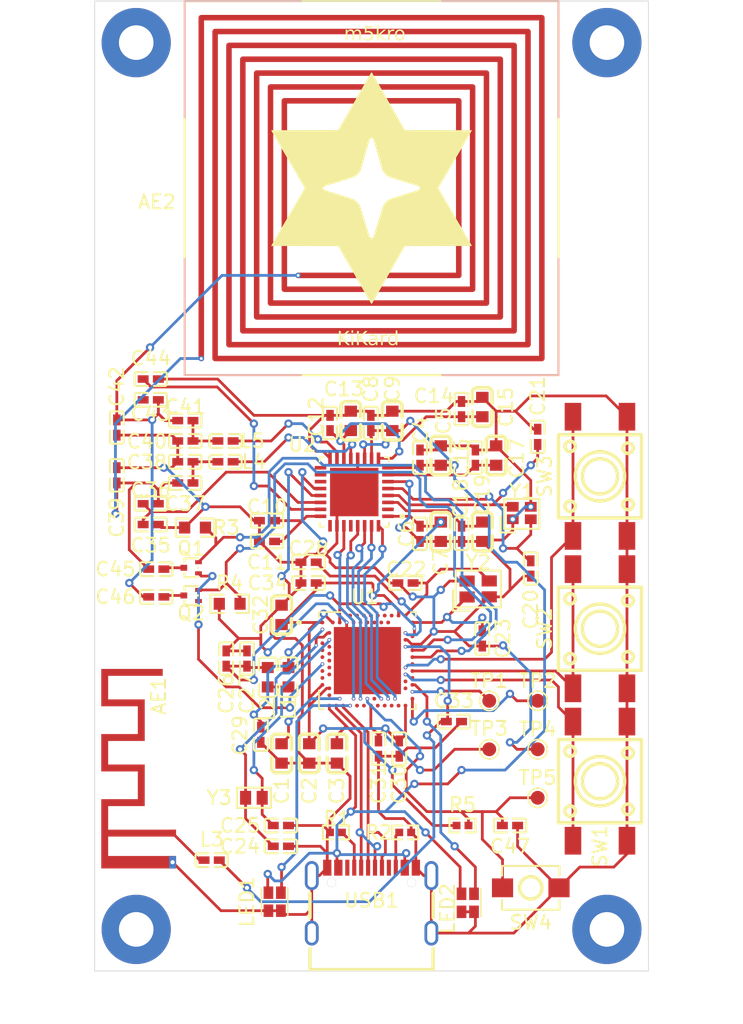
<source format=kicad_pcb>
(kicad_pcb (version 20241229) (generator "pcbnew") (generator_version "9.0")
  (layers (0 "F.Cu" signal) (2 "B.Cu" signal) (13 "F.Paste" user) (15 "B.Paste" user) (5 "F.SilkS" user "F.Silkscreen") (7 "B.SilkS" user "B.Silkscreen") (1 "F.Mask" user) (3 "B.Mask" user) (25 "Edge.Cuts" user))
  (net 0 "")
  (net 1 "Net-(AE1-FEED)")
  (net 2 "GND")
  (net 3 "NFC_ANT_1")
  (net 4 "NFC_ANT_2")
  (net 5 "Net-(U1-DECUSB)")
  (net 6 "VDD3.3v")
  (net 7 "vusb")
  (net 8 "Net-(U2-AGDC)")
  (net 9 "Net-(U2-VDD_DR)")
  (net 10 "Net-(U2-VDD_AM)")
  (net 11 "Net-(U2-VDD_A)")
  (net 12 "Net-(U2-VDD_D)")
  (net 13 "Net-(U2-XTI)")
  (net 14 "Net-(U2-XTO)")
  (net 15 "Net-(U1-XC2)")
  (net 16 "Net-(U1-XC1)")
  (net 17 "Net-(U1-P0.00{slash}XL1)")
  (net 18 "Net-(U1-P0.01{slash}XL2)")
  (net 19 "DCC")
  (net 20 "Net-(U1-DEC3)")
  (net 21 "Net-(U1-DEC1)")
  (net 22 "Net-(U1-ANT)")
  (net 23 "ST_RFI1")
  (net 24 "Net-(C37-Pad2)")
  (net 25 "Net-(C40-Pad1)")
  (net 26 "ST_RFI2")
  (net 27 "Net-(Q1-D)")
  (net 28 "Net-(Q2-D)")
  (net 29 "RESET")
  (net 30 "Net-(U1-DCC)")
  (net 31 "Net-(L1-Pad2)")
  (net 32 "ST_RFO1")
  (net 33 "ST_RFO2")
  (net 34 "NEOPIXEL_1")
  (net 35 "NEOPIXEL_2")
  (net 36 "NFC_SW")
  (net 37 "NRF_NFC_1")
  (net 38 "NRF_NFC_2")
  (net 39 "Net-(USB1-CC1)")
  (net 40 "Net-(USB1-CC2)")
  (net 41 "BUTTON_1")
  (net 42 "BUTTON_2")
  (net 43 "BUTTON_3")
  (net 49 "MISO")
  (net 60 "SCLK")
  (net 61 "CS")
  (net 62 "D-")
  (net 65 "Net-(U1-SWDCLK)")
  (net 66 "IRQ")
  (net 68 "D+")
  (net 73 "MOSI")
  (net 74 "Net-(U1-SWDIO)")
  (footprint "extra-symbols-footprints:C0402" (layer "F.Cu") (at 150.5 118.95 90)
    (property "Reference" "C31")
    (property "Value" "100nF")
  )
  (footprint "extra-symbols-footprints:C0402" (layer "F.Cu") (at 142.45 102.5)
    (property "Reference" "C10")
    (property "Value" "10nF")
  )
  (footprint "extra-symbols-footprints:C0603" (layer "F.Cu") (at 147.5 119.3 -90)
    (property "Reference" "C3")
    (property "Value" "4.7uF")
  )
  (footprint "extra-symbols-footprints:C0402" (layer "F.Cu") (at 134.05 102.78)
    (property "Reference" "C35")
    (property "Value" "100pF")
  )
  (footprint "extra-symbols-footprints:R0603" (layer "F.Cu") (at 139.75 108.5)
    (property "Reference" "R4")
    (property "Value" "100K")
  )
  (footprint "extra-symbols-footprints:C0603" (layer "F.Cu") (at 159 97.8 -90)
    (property "Reference" "C17")
    (property "Value" "2.2uF")
  )
  (footprint "extra-symbols-footprints:SOT-723_L1.2-W0.8-P0.40-LS1.2-BR" (layer "F.Cu") (at 136.97 107.9)
    (property "Reference" "Q2")
    (property "Value" "WNM3013-3/TR")
  )
  (footprint "extra-symbols-footprints:L0402" (layer "F.Cu") (at 139.45 96.75)
    (property "Reference" "L5")
    (property "Value" "270nH")
  )
  (footprint "extra-symbols-footprints:C0402" (layer "F.Cu") (at 145.45 107)
    (property "Reference" "C34")
    (property "Value" "100nF")
  )
  (footprint "extra-symbols-footprints:C0402" (layer "F.Cu") (at 156.5 103.45 90)
    (property "Reference" "C18")
    (property "Value" "10nF")
  )
  (footprint "extra-symbols-footprints:C0402" (layer "F.Cu") (at 141 112.45 -90)
    (property "Reference" "C27")
    (property "Value" "1uF")
  )
  (footprint "extra-symbols-footprints:MountingHole_2.5mm_Pad" (layer "F.Cu") (at 167 132)
    (property "Reference" "REF**" (hide yes))
    (property "Value" "MountingHole_2.5mm_Pad")
  )
  (footprint "extra-symbols-footprints:C0402" (layer "F.Cu") (at 147 95.45 -90)
    (property "Reference" "C12")
    (property "Value" "10nF")
  )
  (footprint "extra-symbols-footprints:CRYSTAL-SMD_4P-L2.0-W1.6-BL-2" (layer "F.Cu") (at 157.7 107.43)
    (property "Reference" "Y2")
    (property "Value" "32MHz")
  )
  (footprint "extra-symbols-footprints:C0402" (layer "F.Cu") (at 134.05 101.28 180)
    (property "Reference" "C36")
    (property "Value" "10pF")
  )
  (footprint "extra-symbols-footprints:R0402" (layer "F.Cu") (at 156.57 124.5)
    (property "Reference" "R5")
    (property "Value" "10k")
  )
  (footprint "extra-symbols-footprints:C0402" (layer "F.Cu") (at 145.45 105.5 180)
    (property "Reference" "C28")
    (property "Value" "100nF")
  )
  (footprint "extra-symbols-footprints:C0402" (layer "F.Cu") (at 143.45 124.5 180)
    (property "Reference" "C25")
    (property "Value" "6pF")
  )
  (footprint "extra-symbols-footprints:QFN50P500X500X100-33N" (layer "F.Cu") (at 148.75 100.435 180)
    (property "Reference" "U2")
    (property "Value" "ST25R3916-AQWT")
  )
  (footprint "extra-symbols-footprints:C0402" (layer "F.Cu") (at 157.5 97.95 -90)
    (property "Reference" "C16")
    (property "Value" "10nF")
  )
  (footprint "extra-symbols-footprints:TestPoint_Pad_D1.0mm" (layer "F.Cu") (at 158.5 119)
    (property "Reference" "TP3")
    (property "Value" "TestPoint")
  )
  (footprint "extra-symbols-footprints:LED-SMD_4P-L2.0-W1.8-P0.90_XGM-S0807RGB" (layer "F.Cu") (at 143 130 90)
    (property "Reference" "LED1")
    (property "Value" "ZSRGB-2017H-08-Z3")
  )
  (footprint "extra-symbols-footprints:C0402" (layer "F.Cu") (at 149.95 95.45 -90)
    (property "Reference" "C8")
    (property "Value" "10nF")
  )
  (footprint "extra-symbols-footprints:L0603" (layer "F.Cu") (at 142.5 113.8 90)
    (property "Reference" "L2")
    (property "Value" "15nH")
  )
  (footprint "extra-symbols-footprints:C0402" (layer "F.Cu") (at 139.5 112.45 -90)
    (property "Reference" "C26")
    (property "Value" "47nF")
  )
  (footprint "extra-symbols-footprints:TestPoint_Pad_D1.0mm" (layer "F.Cu") (at 162 122.5)
    (property "Reference" "TP5")
    (property "Value" "TestPoint")
  )
  (footprint "extra-symbols-footprints:C0402" (layer "F.Cu") (at 134.05 92.28 180)
    (property "Reference" "C44")
    (property "Value" "100pF")
  )
  (footprint "extra-symbols-footprints:LED-SMD_4P-L2.0-W1.8-P0.90_XGM-S0807RGB" (layer "F.Cu") (at 156.95 130.08 90)
    (property "Reference" "LED2")
    (property "Value" "ZSRGB-2017H-08-Z3")
  )
  (footprint "extra-symbols-footprints:C0402" (layer "F.Cu") (at 143.45 126 180)
    (property "Reference" "C24")
    (property "Value" "6pF")
  )
  (footprint "extra-symbols-footprints:C0402" (layer "F.Cu") (at 155.95 117 180)
    (property "Reference" "C33")
    (property "Value" "0.8pF")
  )
  (footprint "extra-symbols-footprints:C0402" (layer "F.Cu") (at 136.55 99.78)
    (property "Reference" "C37")
    (property "Value" "100pF")
  )
  (footprint "extra-symbols-footprints:SW-SMD_L4.0-W2.9-LS5.0" (layer "F.Cu") (at 161.5 129)
    (property "Reference" "SW4")
    (property "Value" "HX TS-1088-AR02016")
  )
  (footprint "extra-symbols-footprints:C0402" (layer "F.Cu") (at 152.45 107 180)
    (property "Reference" "C22")
    (property "Value" "12pF")
  )
  (footprint "extra-symbols-footprints:kikard-ant-v1.0" (layer "F.Cu") (at 137.5 66)
    (property "Reference" "AE2")
    (property "Value" "Antenna_Loop")
  )
  (footprint "extra-symbols-footprints:C0402" (layer "F.Cu") (at 153.5 97.95 -90)
    (property "Reference" "C4")
    (property "Value" "10nF")
  )
  (footprint "extra-symbols-footprints:MountingHole_2.5mm_Pad" (layer "F.Cu") (at 133 68)
    (property "Reference" "REF**" (hide yes))
    (property "Value" "MountingHole_2.5mm_Pad")
  )
  (footprint "extra-symbols-footprints:KEY-SMD_4P-L6.0-W6.0-P3.90-LS9.0" (layer "F.Cu") (at 166.5 110.3 90)
    (property "Reference" "SW2")
    (property "Value" "K2-6639SP-C4SC-04")
  )
  (footprint "extra-symbols-footprints:TestPoint_Pad_D1.0mm" (layer "F.Cu") (at 158.5 115.5)
    (property "Reference" "TP1")
    (property "Value" "TestPoint")
  )
  (footprint "extra-symbols-footprints:R0402" (layer "F.Cu") (at 152.43 125)
    (property "Reference" "R2")
    (property "Value" "5.1k")
  )
  (footprint "extra-symbols-footprints:C0402" (layer "F.Cu") (at 156.5 94.45 -90)
    (property "Reference" "C14")
    (property "Value" "10nF")
  )
  (footprint "extra-symbols-footprints:OSC-SMD_L1.6-W1.0" (layer "F.Cu") (at 141.5 122.5 180)
    (property "Reference" "Y3")
    (property "Value" "32.768kHz")
  )
  (footprint "extra-symbols-footprints:KEY-SMD_4P-L6.0-W6.0-P3.90-LS9.0" (layer "F.Cu") (at 166.5 121.3 90)
    (property "Reference" "SW1")
    (property "Value" "K2-6639SP-C4SC-04")
  )
  (footprint "extra-symbols-footprints:L0603" (layer "F.Cu") (at 144 113.8 -90)
    (property "Reference" "L1")
    (property "Value" "10uH")
  )
  (footprint "extra-symbols-footprints:R0402" (layer "F.Cu") (at 147.43 125 180)
    (property "Reference" "R1")
    (property "Value" "5.1k")
  )
  (footprint "extra-symbols-footprints:C0603" (layer "F.Cu") (at 158 94.3 -90)
    (property "Reference" "C15")
    (property "Value" "2.2uF")
  )
  (footprint "extra-symbols-footprints:CRYSTAL-SMD_4P-L2.0-W1.6-BL-B" (layer "F.Cu") (at 160.85 101.95)
    (property "Reference" "Y1")
    (property "Value" "27MHz")
  )
  (footprint "extra-symbols-footprints:USB-C-SMD_TYPE-C16PIN" (layer "F.Cu") (at 150 129.905)
    (property "Reference" "USB1")
    (property "Value" "TYPE-C16PIN")
  )
  (footprint "extra-symbols-footprints:L0402" (layer "F.Cu") (at 139.45 98.25)
    (property "Reference" "L4")
    (property "Value" "270nH")
  )
  (footprint "extra-symbols-footprints:C0603" (layer "F.Cu") (at 143.5 109.3 -90)
    (property "Reference" "C32")
    (property "Value" "4.7uF")
  )
  (footprint "extra-symbols-footprints:TestPoint_Pad_D1.0mm" (layer "F.Cu") (at 162 119)
    (property "Reference" "TP4")
    (property "Value" "TestPoint")
  )
  (footprint "extra-symbols-footprints:logo" (layer "F.Cu") (at 150 78.5)
    (property "Reference" "G***" (hide yes))
    (property "Value" "LOGO" (hide yes))
  )
  (footprint "extra-symbols-footprints:C0402" (layer "F.Cu") (at 142 117.95 -90)
    (property "Reference" "C29")
    (property "Value" "100nF")
  )
  (footprint "extra-symbols-footprints:C0402" (layer "F.Cu") (at 162 96.45 -90)
    (property "Reference" "C21")
    (property "Value" "6pF")
  )
  (footprint "extra-symbols-footprints:MountingHole_2.5mm_Pad" (layer "F.Cu") (at 167 68)
    (property "Reference" "REF**" (hide yes))
    (property "Value" "MountingHole_2.5mm_Pad")
  )
  (footprint "extra-symbols-footprints:C0402" (layer "F.Cu") (at 136.55 98.25)
    (property "Reference" "C38")
    (property "Value" "680pF")
  )
  (footprint "extra-symbols-footprints:C0402" (layer "F.Cu") (at 160 124.5)
    (property "Reference" "C47")
    (property "Value" "100nF")
  )
  (footprint "extra-symbols-footprints:KEY-SMD_4P-L6.0-W6.0-P3.90-LS9.0" (layer "F.Cu") (at 166.5 99.3 90)
    (property "Reference" "SW3")
    (property "Value" "K2-6639SP-C4SC-04")
  )
  (footprint "extra-symbols-footprints:SOT-723_L1.2-W0.8-P0.40-LS1.2-BR" (layer "F.Cu") (at 136.97 105.9)
    (property "Reference" "Q1")
    (property "Value" "WNM3013-3/TR")
  )
  (footprint "extra-symbols-footprints:C0402" (layer "F.Cu") (at 134.45 108)
    (property "Reference" "C46")
    (property "Value" "1nF")
  )
  (footprint "extra-symbols-footprints:C0603" (layer "F.Cu") (at 148.5 95.3 -90)
    (property "Reference" "C13")
    (property "Value" "2.2uF")
  )
  (footprint "extra-symbols-footprints:TestPoint_Pad_D1.0mm" (layer "F.Cu") (at 162 115.5)
    (property "Reference" "TP2")
    (property "Value" "TestPoint")
  )
  (footprint "extra-symbols-footprints:C0402" (layer "F.Cu") (at 152 118.95 90)
    (property "Reference" "C30")
    (property "Value" "100nF")
  )
  (footprint "extra-symbols-footprints:C0603" (layer "F.Cu") (at 143.5 119.3 90)
    (property "Reference" "C1")
    (property "Value" "4.7uF")
  )
  (footprint "extra-symbols-footprints:C0402" (layer "F.Cu") (at 142.45 104)
    (property "Reference" "C11")
    (property "Value" "1uF")
  )
  (footprint "extra-symbols-footprints:C0603" (layer "F.Cu") (at 158 103.3 90)
    (property "Reference" "C19")
    (property "Value" "2.2uF")
  )
  (footprint "extra-symbols-footprints:R0603" (layer "F.Cu") (at 137.25 103)
    (property "Reference" "R3")
    (property "Value" "100K")
  )
  (footprint "extra-symbols-footprints:C0402" (layer "F.Cu") (at 131.6 95.78 -90)
    (property "Reference" "C42")
    (property "Value" "62pF")
  )
  (footprint "extra-symbols-footprints:C0603" (layer "F.Cu") (at 155 97.8 -90)
    (property "Reference" "C5")
    (property "Value" "2.2uF")
  )
  (footprint "extra-symbols-footprints:L0402" (layer "F.Cu") (at 138.45 127)
    (property "Reference" "L3")
    (property "Value" "3.9nH")
  )
  (footprint "extra-symbols-footprints:C0402" (layer "F.Cu") (at 131.6 99.23 -90)
    (property "Reference" "C39")
    (property "Value" "62pF")
  )
  (footprint "extra-symbols-footprints:C0402" (layer "F.Cu") (at 134.45 106)
    (property "Reference" "C45")
    (property "Value" "1nF")
  )
  (footprint "extra-symbols-footprints:C0402" (layer "F.Cu") (at 134.05 93.78 180)
    (property "Reference" "C43")
    (property "Value" "10pF")
  )
  (footprint "extra-symbols-footprints:C0402" (layer "F.Cu") (at 153.5 103.45 90)
    (property "Reference" "C6")
    (property "Value" "10nF")
  )
  (footprint "extra-symbols-footprints:C0603" (layer "F.Cu") (at 155 103.3 90)
    (property "Reference" "C7")
    (property "Value" "2.2uF")
  )
  (footprint "extra-symbols-footprints:C0603" (layer "F.Cu") (at 145.5 119.3 90)
    (property "Reference" "C2")
    (property "Value" "4.7uF")
  )
  (footprint "extra-symbols-footprints:C0402" (layer "F.Cu") (at 161.5 105.95 90)
    (property "Reference" "C20")
    (property "Value" "6pF")
  )
  (footprint "extra-symbols-footprints:Texas_SWRA117D_2.4GHz_Right" (layer "F.Cu") (at 135.625 125.05 90)
    (property "Reference" "AE1")
    (property "Value" "Texas_SWRA117D_2.4GHz_Right")
  )
  (footprint "extra-symbols-footprints:C0603" (layer "F.Cu") (at 151.5 95.3 -90)
    (property "Reference" "C9")
    (property "Value" "2.2uF")
  )
  (footprint "extra-symbols-footprints:C0402" (layer "F.Cu") (at 136.55 96.75 180)
    (property "Reference" "C40")
    (property "Value" "680pF")
  )
  (footprint "extra-symbols-footprints:C0402" (layer "F.Cu") (at 158 111 -90)
    (property "Reference" "C23")
    (property "Value" "12pF")
  )
  (footprint "extra-symbols-footprints:C0402" (layer "F.Cu") (at 136.55 95.28)
    (property "Reference" "C41")
    (property "Value" "100pF")
  )
  (footprint "extra-symbols-footprints:XCVR_NRF52840-QIAA-R" (layer "F.Cu") (at 149.7 112.6)
    (property "Reference" "U1")
    (property "Value" "NRF52840-QIAA-R")
  )
  (footprint "extra-symbols-footprints:MountingHole_2.5mm_Pad" (layer "F.Cu") (at 133 132)
    (property "Reference" "REF**" (hide yes))
    (property "Value" "MountingHole_2.5mm_Pad")
  )
  (gr_rect (start 130 65) (end 170 135) (stroke (width 0.05)) (fill no) (layer "Edge.Cuts"))
  (gr_text "KiKard" (at 147.5 90 0) (layer "F.SilkS") (effects (font (size 1 1) (thickness 0.1)) (justify left bottom)))
  (gr_text "m5kro" (at 148 68 0) (layer "F.SilkS") (effects (font (size 1 1) (thickness 0.1)) (justify left bottom)))
  (segment (start 137.575 127) (end 135.625 125.05) (width 0.2) (layer "F.Cu") (net 1))
  (segment (start 137.9 127) (end 137.575 127) (width 0.2) (layer "F.Cu") (net 1))
  (segment (start 146.5 124.5) (end 147 125) (width 0.2) (layer "F.Cu") (net 2))
  (segment (start 153.5 104) (end 155 104) (width 0.2) (layer "F.Cu") (net 2))
  (segment (start 144 124.5) (end 146.5 124.5) (width 0.2) (layer "F.Cu") (net 2))
  (segment (start 141.5 102.5) (end 141.9 102.5) (width 0.2) (layer "F.Cu") (net 2))
  (segment (start 154.32 128.115) (end 153.77 128.115) (width 0.2) (layer "F.Cu") (net 2))
  (segment (start 148.2 111.1) (end 149.7 112.6) (width 0.2) (layer "F.Cu") (net 2))
  (segment (start 152 103) (end 152.5 103) (width 0.2) (layer "F.Cu") (net 2))
  (segment (start 166.95 93.5) (end 161.5 93.5) (width 0.2) (layer "F.Cu") (net 2))
  (segment (start 157 132.265) (end 154.32 132.265) (width 0.2) (layer "F.Cu") (net 2))
  (segment (start 151.185 99.685) (end 152.576079 99.685) (width 0.2) (layer "F.Cu") (net 2))
  (segment (start 160.55 126.01) (end 163.54 129) (width 0.2) (layer "F.Cu") (net 2))
  (segment (start 140.5 101.5) (end 141.5 102.5) (width 0.2) (layer "F.Cu") (net 2))
  (segment (start 145.26 130.92) (end 145.68 130.5) (width 0.2) (layer "F.Cu") (net 2))
  (segment (start 158.5 108) (end 156 110.5) (width 0.2) (layer "F.Cu") (net 2))
  (segment (start 146.8 125.2) (end 147 125) (width 0.2) (layer "F.Cu") (net 2))
  (segment (start 141.501 94.9) (end 147 94.9) (width 0.2) (layer "F.Cu") (net 2))
  (segment (start 156.5 117) (end 154.601 118.899) (width 0.2) (layer "F.Cu") (net 2))
  (segment (start 157.7 93.9) (end 158 93.6) (width 0.2) (layer "F.Cu") (net 2))
  (segment (start 148.2 94.9) (end 148.5 94.6) (width 0.2) (layer "F.Cu") (net 2))
  (segment (start 156.1 93.9) (end 156.5 93.9) (width 0.2) (layer "F.Cu") (net 2))
  (segment (start 159 97.1) (end 159 94.6) (width 0.2) (layer "F.Cu") (net 2))
  (segment (start 149.65 94.6) (end 149.95 94.9) (width 0.2) (layer "F.Cu") (net 2))
  (segment (start 143.5 120) (end 145.5 120) (width 0.2) (layer "F.Cu") (net 2))
  (segment (start 168.45 126.55) (end 167.5 127.5) (width 0.2) (layer "F.Cu") (net 2))
  (segment (start 146.5 104.429) (end 146 104.929) (width 0.2) (layer "F.Cu") (net 2))
  (segment (start 145 99.327542) (end 145 99) (width 0.2) (layer "F.Cu") (net 2))
  (segment (start 145.685 100.685) (end 144 99) (width 0.2) (layer "F.Cu") (net 2))
  (segment (start 160.5 119) (end 162 119) (width 0.2) (layer "F.Cu") (net 2))
  (segment (start 144.749 116.751) (end 144.749 119.249) (width 0.2) (layer "F.Cu") (net 2))
  (segment (start 142.749 109.351) (end 142.749 110.701) (width 0.2) (layer "F.Cu") (net 2))
  (segment (start 158 111.55) (end 157.05 111.55) (width 0.2) (layer "F.Cu") (net 2))
  (segment (start 138.881 92.28) (end 141.501 94.9) (width 0.2) (layer "F.Cu") (net 2))
  (segment (start 143.048 111) (end 144.5 111) (width 0.2) (layer "F.Cu") (net 2))
  (segment (start 139 109.6) (end 140.4 111) (width 0.2) (layer "F.Cu") (net 2))
  (segment (start 146.696 104.929) (end 146 104.929) (width 0.2) (layer "F.Cu") (net 2))
  (segment (start 168.45 117) (end 168.45 125.6) (width 0.2) (layer "F.Cu") (net 2))
  (segment (start 131.6 96.33) (end 135.58 96.33) (width 0.2) (layer "F.Cu") (net 2))
  (segment (start 146 104.929) (end 145.471 104.929) (width 0.2) (layer "F.Cu") (net 2))
  (segment (start 160.2 103.199) (end 159.5 103.899) (width 0.2) (layer "F.Cu") (net 2))
  (segment (start 158.101 103.899) (end 158 104) (width 0.2) (layer "F.Cu") (net 2))
  (segment (start 135.58 96.33) (end 136 96.75) (width 0.2) (layer "F.Cu") (net 2))
  (segment (start 154.7 97.4) (end 155 97.1) (width 0.2) (layer "F.Cu") (net 2))
  (segment (start 146.8 127.545) (end 146.8 126.5) (width 0.2) (layer "F.Cu") (net 2))
  (segment (start 152.891367 111.4115) (end 153.5885 111.4115) (width 0.2) (layer "F.Cu") (net 2))
  (segment (start 146.5 104) (end 146.5 104.429) (width 0.2) (layer "F.Cu") (net 2))
  (segment (start 147 98) (end 146.5 97.5) (width 0.2) (layer "F.Cu") (net 2))
  (segment (start 146 97.5) (end 145.523265 97.023265) (width 0.2) (layer "F.Cu") (net 2))
  (segment (start 136 96.75) (end 136 98.25) (width 0.2) (layer "F.Cu") (net 2))
  (segment (start 156.5 93.9) (end 157.7 93.9) (width 0.2) (layer "F.Cu") (net 2))
  (segment (start 161.5 106.5) (end 161 106.5) (width 0.2) (layer "F.Cu") (net 2))
  (segment (start 154.32 132.265) (end 154.32 128.115) (width 0.2) (layer "F.Cu") (net 2))
  (segment (start 148.448 122.552) (end 148.448 120.948) (width 0.2) (layer "F.Cu") (net 2))
  (segment (start 163.54 129) (end 164 129) (width 0.2) (layer "F.Cu") (net 2))
  (segment (start 145.68 128.115) (end 146.23 128.115) (width 0.2) (layer "F.Cu") (net 2))
  (segment (start 134.82 103) (end 134.6 102.78) (width 0.2) (layer "F.Cu") (net 2))
  (segment (start 147.5 104.125) (end 146.696 104.929) (width 0.2) (layer "F.Cu") (net 2))
  (segment (start 147 124) (end 147 125) (width 0.2) (layer "F.Cu") (net 2))
  (segment (start 158.7 97.4) (end 159 97.1) (width 0.2) (layer "F.Cu") (net 2))
  (segment (start 154.601 118.899) (end 152.601 118.899) (width 0.2) (layer "F.Cu") (net 2))
  (segment (start 153.2 127.545) (end 153.2 125.34) (width 0.2) (layer "F.Cu") (net 2))
  (segment (start 153.5885 111.4115) (end 154.5 110.5) (width 0.2) (layer "F.Cu") (net 2))
  (segment (start 168.45 95) (end 166.95 93.5) (width 0.2) (layer "F.Cu") (net 2))
  (segment (start 138 101.5) (end 140.5 101.5) (width 0.2) (layer "F.Cu") (net 2))
  (segment (start 148.5 94.6) (end 149.65 94.6) (width 0.2) (layer "F.Cu") (net 2))
  (segment (start 146.6 94.9) (end 147 94.9) (width 0.2) (layer "F.Cu") (net 2))
  (segment (start 135.57 98.68) (end 136 98.25) (width 0.2) (layer "F.Cu") (net 2))
  (segment (start 142.5 112) (end 142 111.5) (width 0.2) (layer "F.Cu") (net 2))
  (segment (start 158 104) (end 160 106) (width 0.2) (layer "F.Cu") (net 2))
  (segment (start 144.9 107) (end 144.9 107.2) (width 0.2) (layer "F.Cu") (net 2))
  (segment (start 153.77 128.115) (end 153.2 127.545) (width 0.2) (layer "F.Cu") (net 2))
  (segment (start 145.523265 95.976735) (end 146.6 94.9) (width 0.2) (layer "F.Cu") (net 2))
  (segment (start 157.05 111.55) (end 156 110.5) (width 0.2) (layer "F.Cu") (net 2))
  (segment (start 160 118.5) (end 160.5 119) (width 0.2) (layer "F.Cu") (net 2))
  (segment (start 147.399 105.899) (end 147 105.5) (width 0.2) (layer "F.Cu") (net 2))
  (segment (start 142.55 130.65) (end 143.45 130.65) (width 0.2) (layer "F.Cu") (net 2))
  (segment (start 147 105.5) (end 147 105.233) (width 0.2) (layer "F.Cu") (net 2))
  (segment (start 168.45 103.6) (end 168.45 106) (width 0.2) (layer "F.Cu") (net 2))
  (segment (start 136.5 103) (end 138 101.5) (width 0.2) (layer "F.Cu") (net 2))
  (segment (start 143.55 130.92) (end 145.26 130.92) (width 0.2) (layer "F.Cu") (net 2))
  (segment (start 159.5 103.899) (end 158.101 103.899) (width 0.2) (layer "F.Cu") (net 2))
  (segment (start 148.2 109.85) (end 148.2 111.1) (width 0.2) (layer "F.Cu") (net 2))
  (segment (start 152.33 124) (end 152.86 124.53) (width 0.2) (layer "F.Cu") (net 2))
  (segment (start 157.2 97.1) (end 157.5 97.4) (width 0.2) (layer "F.Cu") (net 2))
  (segment (start 160.4 94.6) (end 159 94.6) (width 0.2) (layer "F.Cu") (net 2))
  (segment (start 143.5 106.5) (end 144.05 107.05) (width 0.2) (layer "F.Cu") (net 2))
  (segment (start 145 116.5) (end 144.749 116.751) (width 0.2) (layer "F.Cu") (net 2))
  (segment (start 156.5 104) (end 158 104) (width 0.2) (layer "F.Cu") (net 2))
  (segment (start 147.5 102.87) (end 147.5 104.125) (width 0.2) (layer "F.Cu") (net 2))
  (segment (start 149 100.185) (end 148.75 100.435) (width 0.2) (layer "F.Cu") (net 2))
  (segment (start 160 107.5) (end 159.5 108) (width 0.2) (layer "F.Cu") (net 2))
  (segment (start 151.349943 107) (end 150.248943 105.899) (width 0.2) (layer "F.Cu") (net 2))
  (segment (start 145.523265 97.023265) (end 145.523265 95.976735) (width 0.2) (layer "F.Cu") (net 2))
  (segment (start 151 124) (end 152.33 124) (width 0.2) (layer "F.Cu") (net 2))
  (segment (start 142.749 110.701) (end 143.048 111) (width 0.2) (layer "F.Cu") (net 2))
  (segment (start 156.9 106.86) (end 155.64 106.86) (width 0.2) (layer "F.Cu") (net 2))
  (segment (start 143.5 108.6) (end 142.749 109.351) (width 0.2) (layer "F.Cu") (net 2))
  (segment (start 168.45 95) (end 168.45 103.6) (width 0.2) (layer "F.Cu") (net 2))
  (segment (start 145.471 104.929) (end 144.9 105.5) (width 0.2) (layer "F.Cu") (net 2))
  (segment (start 153.5 97.4) (end 154.7 97.4) (width 0.2) (layer "F.Cu") (net 2))
  (segment (start 168.45 125.6) (end 168.45 126.55) (width 0.2) (layer "F.Cu") (net 2))
  (segment (start 135 98.68) (end 135.57 98.68) (width 0.2) (layer "F.Cu") (net 2))
  (segment (start 144.05 108.05) (end 143.5 108.6) (width 0.2) (layer "F.Cu") (net 2))
  (segment (start 147.5 120) (end 148.448 120.948) (width 0.2) (layer "F.Cu") (net 2))
  (segment (start 160.275 132.265) (end 163.54 129) (width 0.2) (layer "F.Cu") (net 2))
  (segment (start 152.875735 107.975735) (end 151.9 107) (width 0.2) (layer "F.Cu") (net 2))
  (segment (start 144.749 119.249) (end 145.5 120) (width 0.2) (layer "F.Cu") (net 2))
  (segment (start 156 110.5) (end 154.5 110.5) (width 0.2) (layer "F.Cu") (net 2))
  (segment (start 152.45 111.1) (end 152.426 111.1) (width 0.2) (layer "F.Cu") (net 2))
  (segment (start 160.55 124.5) (end 160.55 126.01) (width 0.2) (layer "F.Cu") (net 2))
  (segment (start 161.5 99.6) (end 161.5 101.5) (width 0.2) (layer "F.Cu") (net 2))
  (segment (start 144 126) (end 146.3 126) (width 0.2) (layer "F.Cu") (net 2))
  (segment (start 155 104) (end 156.5 104) (width 0.2) (layer "F.Cu") (net 2))
  (segment (start 155 97.1) (end 157.2 97.1) (width 0.2) (layer "F.Cu") (net 2))
  (segment (start 153.2 125.34) (end 152.86 125) (width 0.2) (layer "F.Cu") (net 2))
  (segment (start 141.9 102.5) (end 141.9 104) (width 0.2) (layer "F.Cu") (net 2))
  (segment (start 158 111.55) (end 159.45 111.55) (width 0.2) (layer "F.Cu") (net 2))
  (segment (start 157.5 97.4) (end 158.7 97.4) (width 0.2) (layer "F.Cu") (net 2))
  (segment (start 148.75 100.435) (end 147.5 101.685) (width 0.2) (layer "F.Cu") (net 2))
  (segment (start 155.4 94.6) (end 156.1 93.9) (width 0.2) (layer "F.Cu") (net 2))
  (segment (start 146.315 100.185) (end 145.857458 100.185) (width 0.2) (layer "F.Cu") (net 2))
  (segment (start 151.5 94.6) (end 155.4 94.6) (width 0.2) (layer "F.Cu") (net 2))
  (segment (start 159 94.6) (end 158 93.6) (width 0.2) (layer "F.Cu") (net 2))
  (segment (start 160.2 102.4) (end 160.2 103.199) (width 0.2) (layer "F.Cu") (net 2))
  (segment (start 148.448 122.552) (end 147 124) (width 0.2) (layer "F.Cu") (net 2))
  (segment (start 161.7 95.9) (end 160.4 94.6) (width 0.2) (layer "F.Cu") (net 2))
  (segment (start 142 118.5) (end 143.5 120) (width 0.2) (layer "F.Cu") (net 2))
  (segment (start 152.579867 111.1) (end 152.891367 111.4115) (width 0.2) (layer "F.Cu") (net 2))
  (segment (start 131.6 98.68) (end 135 98.68) (width 0.2) (layer "F.Cu") (net 2))
  (segment (start 162 95.9) (end 161.7 95.9) (width 0.2) (layer "F.Cu") (net 2))
  (segment (start 142 110.1) (end 142.749 109.351) (width 0.2) (layer "F.Cu") (net 2))
  (segment (start 159.5 108) (end 158.5 108) (width 0.2) (layer "F.Cu") (net 2))
  (segment (start 157.5 131.765) (end 157 132.265) (width 0.2) (layer "F.Cu") (net 2))
  (segment (start 155.64 106.86) (end 155 107.5) (width 0.2) (layer "F.Cu") (net 2))
  (segment (start 145.68 132.265) (end 145.68 130.5) (width 0.2) (layer "F.Cu") (net 2))
  (segment (start 145 111.5) (end 145 116.5) (width 0.2) (layer "F.Cu") (net 2))
  (segment (start 151.9 107) (end 151.349943 107) (width 0.2) (layer "F.Cu") (net 2))
  (segment (start 134.6 92.28) (end 138.881 92.28) (width 0.2) (layer "F.Cu") (net 2))
  (segment (start 152.975735 107.975735) (end 152.875735 107.975735) (width 0.2) (layer "F.Cu") (net 2))
  (segment (start 168.45 114.6) (end 168.45 117) (width 0.2) (layer "F.Cu") (net 2))
  (segment (start 145.857458 100.185) (end 145 99.327542) (width 0.2) (layer "F.Cu") (net 2))
  (segment (start 135.625 127.15) (end 139.125 130.65) (width 0.2) (layer "F.Cu") (net 2))
  (segment (start 146.315 100.685) (end 145.685 100.685) (width 0.2) (layer "F.Cu") (net 2))
  (segment (start 156.5 130.73) (end 157.4 130.73) (width 0.2) (layer "F.Cu") (net 2))
  (segment (start 146.23 128.115) (end 146.8 127.545) (width 0.2) (layer "F.Cu") (net 2))
  (segment (start 150.5 123.5) (end 151 124) (width 0.2) (layer "F.Cu") (net 2))
  (segment (start 146.8 126.5) (end 146.8 125.2) (width 0.2) (layer "F.Cu") (net 2))
  (segment (start 167.5 127.5) (end 165.04 127.5) (width 0.2) (layer "F.Cu") (net 2))
  (segment (start 144.9 107.2) (end 144.05 108.05) (width 0.2) (layer "F.Cu") (net 2))
  (segment (start 144.9 105.5) (end 144.9 107) (width 0.2) (layer "F.Cu") (net 2))
  (segment (start 142 111.5) (end 142 111) (width 0.2) (layer "F.Cu") (net 2))
  (segment (start 145.5 120) (end 147.5 120) (width 0.2) (layer "F.Cu") (net 2))
  (segment (start 168.45 106) (end 168.45 114.6) (width 0.2) (layer "F.Cu") (net 2))
  (segment (start 144.05 107.05) (end 144.05 108.05) (width 0.2) (layer "F.Cu") (net 2))
  (segment (start 152.576079 99.685) (end 152.731478 99.840399) (width 0.2) (layer "F.Cu") (net 2))
  (segment (start 159 97.1) (end 161.5 99.6) (width 0.2) (layer "F.Cu") (net 2))
  (segment (start 150.5 119.5) (end 150.5 123.5) (width 0.2) (layer "F.Cu") (net 2))
  (segment (start 145.68 130.5) (end 145.68 128.115) (width 0.2) (layer "F.Cu") (net 2))
  (segment (start 139 108.5) (end 139 109.6) (width 0.2) (layer "F.Cu") (net 2))
  (segment (start 147 105.233) (end 146.696 104.929) (width 0.2) (layer "F.Cu") (net 2))
  (segment (start 151.2 94.9) (end 151.5 94.6) (width 0.2) (layer "F.Cu") (net 2))
  (segment (start 149.95 94.9) (end 151.2 94.9) (width 0.2) (layer "F.Cu") (net 2))
  (segment (start 152.5 103) (end 153.5 104) (width 0.2) (layer "F.Cu") (net 2))
  (segment (start 152.45 111.1) (end 152.579867 111.1) (width 0.2) (layer "F.Cu") (net 2))
  (segment (start 141.9 104) (end 143.4 105.5) (width 0.2) (layer "F.Cu") (net 2))
  (segment (start 159.45 111.55) (end 159.5 111.5) (width 0.2) (layer "F.Cu") (net 2))
  (segment (start 146.3 126) (end 146.8 126.5) (width 0.2) (layer "F.Cu") (net 2))
  (segment (start 165.04 127.5) (end 163.54 129) (width 0.2) (layer "F.Cu") (net 2))
  (segment (start 147.5 101.685) (end 147.5 102.87) (width 0.2) (layer "F.Cu") (net 2))
  (segment (start 152 119.5) (end 150.5 119.5) (width 0.2) (layer "F.Cu") (net 2))
  (segment (start 157.5 131) (end 157.5 131.765) (width 0.2) (layer "F.Cu") (net 2))
  (segment (start 139.5 111.9) (end 140.4 111) (width 0.2) (layer "F.Cu") (net 2))
  (segment (start 136.5 103) (end 134.82 103) (width 0.2) (layer "F.Cu") (net 2))
  (segment (start 161.5 93.5) (end 160.4 94.6) (width 0.2) (layer "F.Cu") (net 2))
  (segment (start 149 98) (end 149 100.185) (width 0.2) (layer "F.Cu") (net 2))
  (segment (start 139.125 130.65) (end 142.55 130.65) (width 0.2) (layer "F.Cu") (net 2))
  (segment (start 140.4 111) (end 142 111) (width 0.2) (layer "F.Cu") (net 2))
  (segment (start 150.248943 105.899) (end 147.399 105.899) (width 0.2) (layer "F.Cu") (net 2))
  (segment (start 161 106.5) (end 160 107.5) (width 0.2) (layer "F.Cu") (net 2))
  (segment (start 152.601 118.899) (end 152 119.5) (width 0.2) (layer "F.Cu") (net 2))
  (segment (start 157 132.265) (end 160.275 132.265) (width 0.2) (layer "F.Cu") (net 2))
  (segment (start 144.5 111) (end 145 111.5) (width 0.2) (layer "F.Cu") (net 2))
  (segment (start 160 106) (end 160 107.5) (width 0.2) (layer "F.Cu") (net 2))
  (segment (start 141 111.9) (end 139.5 111.9) (width 0.2) (layer "F.Cu") (net 2))
  (segment (start 142 111) (end 142 110.1) (width 0.2) (layer "F.Cu") (net 2))
  (segment (start 147 94.9) (end 148.2 94.9) (width 0.2) (layer "F.Cu") (net 2))
  (segment (start 146.5 97.5) (end 146 97.5) (width 0.2) (layer "F.Cu") (net 2))
  (segment (start 152.86 124.53) (end 152.86 125) (width 0.2) (layer "F.Cu") (net 2))
  (segment (start 143.4 105.5) (end 144.9 105.5) (width 0.2) (layer "F.Cu") (net 2))
  (via (at 161.5 101.5) (size 0.5) (drill 0.3) (layers "F.Cu" "B.Cu") (net 2))
  (via (at 160.2 102.4) (size 0.5) (drill 0.3) (layers "F.Cu" "B.Cu") (net 2))
  (via (at 152 103) (size 0.6) (drill 0.3) (layers "F.Cu" "B.Cu") (net 2))
  (via (at 135 98.68) (size 0.6) (drill 0.3) (layers "F.Cu" "B.Cu") (net 2))
  (via (at 152.975735 107.975735) (size 0.6) (drill 0.3) (layers "F.Cu" "B.Cu") (net 2))
  (via (at 152.731478 99.840399) (size 0.6) (drill 0.3) (layers "F.Cu" "B.Cu") (net 2))
  (via (at 159.5 111.5) (size 0.6) (drill 0.3) (layers "F.Cu" "B.Cu") (net 2))
  (via (at 148.2 109.85) (size 0.25) (drill 0.15) (layers "F.Cu" "B.Cu") (net 2))
  (via (at 154.5 110.5) (size 0.6) (drill 0.3) (layers "F.Cu" "B.Cu") (net 2))
  (via (at 144 99) (size 0.6) (drill 0.3) (layers "F.Cu" "B.Cu") (net 2))
  (via (at 142.5 112) (size 0.6) (drill 0.3) (layers "F.Cu" "B.Cu") (net 2))
  (via (at 138 101.5) (size 0.6) (drill 0.3) (layers "F.Cu" "B.Cu") (net 2))
  (via (at 146.5 104) (size 0.6) (drill 0.3) (layers "F.Cu" "B.Cu") (net 2))
  (via (at 155 107.5) (size 0.6) (drill 0.3) (layers "F.Cu" "B.Cu") (net 2))
  (via (at 160 118.5) (size 0.6) (drill 0.3) (layers "F.Cu" "B.Cu") (net 2))
  (via (at 143.5 106.5) (size 0.6) (drill 0.3) (layers "F.Cu" "B.Cu") (net 2))
  (via (at 145 99) (size 0.6) (drill 0.3) (layers "F.Cu" "B.Cu") (net 2))
  (segment (start 161.5 101.5) (end 161.1 101.5) (width 0.2) (layer "B.Cu") (net 2))
  (segment (start 144 99) (end 144 106) (width 0.2) (layer "B.Cu") (net 2))
  (segment (start 145 102.5) (end 145 99) (width 0.2) (layer "B.Cu") (net 2))
  (segment (start 153 108) (end 154.5 108) (width 0.2) (layer "B.Cu") (net 2))
  (segment (start 154.5 108) (end 154.5 110.5) (width 0.2) (layer "B.Cu") (net 2))
  (segment (start 148.2 109.85) (end 146.85 108.5) (width 0.2) (layer "B.Cu") (net 2))
  (segment (start 152.975735 107.975735) (end 153 108) (width 0.2) (layer "B.Cu") (net 2))
  (segment (start 160.5 118.5) (end 160 118.5) (width 0.2) (layer "B.Cu") (net 2))
  (segment (start 146 108.5) (end 142.5 112) (width 0.2) (layer "B.Cu") (net 2))
  (segment (start 144 106) (end 143.5 106.5) (width 0.2) (layer "B.Cu") (net 2))
  (segment (start 145 102.5) (end 146.5 104) (width 0.2) (layer "B.Cu") (net 2))
  (segment (start 155 107.5) (end 154.5 108) (width 0.2) (layer "B.Cu") (net 2))
  (segment (start 138 101.5) (end 135.18 98.68) (width 0.2) (layer "B.Cu") (net 2))
  (segment (start 159.5 111.5) (end 161.5 113.5) (width 0.2) (layer "B.Cu") (net 2))
  (segment (start 161.5 117.5) (end 160.5 118.5) (width 0.2) (layer "B.Cu") (net 2))
  (segment (start 152.731478 99.840399) (end 152.731478 102.268522) (width 0.2) (layer "B.Cu") (net 2))
  (segment (start 161.5 117) (end 161.5 117.5) (width 0.2) (layer "B.Cu") (net 2))
  (segment (start 161.5 113.5) (end 161.5 117) (width 0.2) (layer "B.Cu") (net 2))
  (segment (start 161.1 101.5) (end 160.2 102.4) (width 0.2) (layer "B.Cu") (net 2))
  (segment (start 146.85 108.5) (end 146 108.5) (width 0.2) (layer "B.Cu") (net 2))
  (segment (start 152.731478 102.268522) (end 152 103) (width 0.2) (layer "B.Cu") (net 2))
  (segment (start 135.18 98.68) (end 135 98.68) (width 0.2) (layer "B.Cu") (net 2))
  (segment (start 133.9 106) (end 132.5 104.6) (width 0.2) (layer "F.Cu") (net 3))
  (segment (start 134.1 99.78) (end 134.6 100.28) (width 0.2) (layer "F.Cu") (net 3))
  (segment (start 131.6 99.78) (end 133 99.78) (width 0.2) (layer "F.Cu") (net 3))
  (segment (start 131.6 101.9) (end 131.5 102) (width 0.2) (layer "F.Cu") (net 3))
  (segment (start 135.1 99.78) (end 134.6 100.28) (width 0.2) (layer "F.Cu") (net 3))
  (segment (start 132.5 100.28) (end 133 99.78) (width 0.2) (layer "F.Cu") (net 3))
  (segment (start 131.6 99.78) (end 131.6 101.9) (width 0.2) (layer "F.Cu") (net 3))
  (segment (start 133 99.78) (end 134.1 99.78) (width 0.2) (layer "F.Cu") (net 3))
  (segment (start 136 99.78) (end 135.1 99.78) (width 0.2) (layer "F.Cu") (net 3))
  (segment (start 134.6 100.28) (end 134.6 101.28) (width 0.2) (layer "F.Cu") (net 3))
  (segment (start 132.5 104.6) (end 132.5 100.28) (width 0.2) (layer "F.Cu") (net 3))
  (via (at 131.5 102) (size 0.6) (drill 0.3) (layers "F.Cu" "B.Cu") (net 3))
  (segment (start 131.5 102) (end 131.5 95.5) (width 0.2) (layer "B.Cu") (net 3))
  (segment (start 136.2 90.8) (end 137.7 90.8) (width 0.2) (layer "B.Cu") (net 3))
  (segment (start 131.5 95.5) (end 136.2 90.8) (width 0.2) (layer "B.Cu") (net 3))
  (segment (start 131.6 95.23) (end 131.6 92.4) (width 0.2) (layer "F.Cu") (net 4))
  (segment (start 134.6 94.78) (end 134.6 93.78) (width 0.2) (layer "F.Cu") (net 4))
  (segment (start 133.9 108) (end 133.5 108) (width 0.2) (layer "F.Cu") (net 4))
  (segment (start 134.15 95.23) (end 134.6 94.78) (width 0.2) (layer "F.Cu") (net 4))
  (segment (start 131.6 95.23) (end 134.15 95.23) (width 0.2) (layer "F.Cu") (net 4))
  (segment (start 133.5 108) (end 132.5 107) (width 0.2) (layer "F.Cu") (net 4))
  (segment (start 136 95.28) (end 135.1 95.28) (width 0.2) (layer "F.Cu") (net 4))
  (segment (start 131.6 92.4) (end 134 90) (width 0.2) (layer "F.Cu") (net 4))
  (segment (start 135.1 95.28) (end 134.6 94.78) (width 0.2) (layer "F.Cu") (net 4))
  (via (at 134.15 95.23) (size 0.6) (drill 0.3) (layers "F.Cu" "B.Cu") (net 4))
  (via (at 134 90) (size 0.6) (drill 0.3) (layers "F.Cu" "B.Cu") (net 4))
  (via (at 132.5 107) (size 0.6) (drill 0.3) (layers "F.Cu" "B.Cu") (net 4))
  (segment (start 132.5 107) (end 134.15 105.35) (width 0.2) (layer "B.Cu") (net 4))
  (segment (start 134.15 105.35) (end 134.15 95.23) (width 0.2) (layer "B.Cu") (net 4))
  (segment (start 139.2 84.8) (end 144.7 84.8) (width 0.2) (layer "B.Cu") (net 4))
  (segment (start 134 90) (end 139.2 84.8) (width 0.2) (layer "B.Cu") (net 4))
  (segment (start 144 118.1) (end 143.5 118.6) (width 0.2) (layer "F.Cu") (net 5))
  (segment (start 144 117) (end 144 118.1) (width 0.2) (layer "F.Cu") (net 5))
  (via (at 144 117) (size 0.6) (drill 0.3) (layers "F.Cu" "B.Cu") (net 5))
  (via (at 147.7 115.35) (size 0.25) (drill 0.15) (layers "F.Cu" "B.Cu") (net 5))
  (segment (start 147.699998 115.350002) (end 145.649998 115.350002) (width 0.2) (layer "B.Cu") (net 5))
  (segment (start 145.649998 115.350002) (end 144 117) (width 0.2) (layer "B.Cu") (net 5))
  (segment (start 147.7 115.35) (end 147.699998 115.350002) (width 0.2) (layer "B.Cu") (net 5))
  (segment (start 146.5 117.5) (end 146.5 117.6) (width 0.2) (layer "F.Cu") (net 6))
  (segment (start 146.45 114.35) (end 145.5 115.3) (width 0.2) (layer "F.Cu") (net 6))
  (segment (start 150.5 117.953033) (end 150.5 118.4) (width 0.2) (layer "F.Cu") (net 6))
  (segment (start 154.4329 124.5) (end 156.14 124.5) (width 0.2) (layer "F.Cu") (net 6))
  (segment (start 151.5 120.5) (end 151.5 121.5671) (width 0.2) (layer "F.Cu") (net 6))
  (segment (start 150.1 107.9) (end 150.9 107.9) (width 0.2) (layer "F.Cu") (net 6))
  (segment (start 146 109.85) (end 143.65 109.85) (width 0.2) (layer "F.Cu") (net 6))
  (segment (start 150.1 107.1) (end 150 107) (width 0.2) (layer "F.Cu") (net 6))
  (segment (start 146 107) (end 146 107.5) (width 0.2) (layer "F.Cu") (net 6))
  (segment (start 154.5 120.5) (end 156 119) (width 0.2) (layer "F.Cu") (net 6))
  (segment (start 150.5 118.4) (end 150.5 118) (width 0.2) (layer "F.Cu") (net 6))
  (segment (start 145.5 115.855546) (end 145.5 116) (width 0.2) (layer "F.Cu") (net 6))
  (segment (start 152.45 115.85) (end 152.45 117.95) (width 0.2) (layer "F.Cu") (net 6))
  (segment (start 146.95 114.6) (end 146.755546 114.6) (width 0.2) (layer "F.Cu") (net 6))
  (segment (start 151.95 108.95) (end 151.95 109.35) (width 0.2) (layer "F.Cu") (net 6))
  (segment (start 152.785 102.185) (end 153.5 102.9) (width 0.2) (layer "F.Cu") (net 6))
  (segment (start 150.9 107.9) (end 151.95 108.95) (width 0.2) (layer "F.Cu") (net 6))
  (segment (start 151.185 102.185) (end 152.785 102.185) (width 0.2) (layer "F.Cu") (net 6))
  (segment (start 143.65 109.85) (end 143.5 110) (width 0.2) (layer "F.Cu") (net 6))
  (segment (start 145.5 110.35) (end 146 109.85) (width 0.2) (layer "F.Cu") (net 6))
  (segment (start 150.5 118) (end 151 117.5) (width 0.2) (layer "F.Cu") (net 6))
  (segment (start 146.45 109.85) (end 146 109.85) (width 0.2) (layer "F.Cu") (net 6))
  (segment (start 146 107.5) (end 143.5 110) (width 0.2) (layer "F.Cu") (net 6))
  (segment (start 145.5 115.3) (end 145.5 110.35) (width 0.2) (layer "F.Cu") (net 6))
  (segment (start 151.5 121.5671) (end 154.4329 124.5) (width 0.2) (layer "F.Cu") (net 6))
  (segment (start 146.5 117.6) (end 145.5 118.6) (width 0.2) (layer "F.Cu") (net 6))
  (segment (start 153.5 102.9) (end 154.7 102.9) (width 0.2) (layer "F.Cu") (net 6))
  (segment (start 152 118.4) (end 151.9 118.4) (width 0.2) (layer "F.Cu") (net 6))
  (segment (start 154.7 102.9) (end 155 102.6) (width 0.2) (layer "F.Cu") (net 6))
  (segment (start 150.1 107.9) (end 150.1 107.1) (width 0.2) (layer "F.Cu") (net 6))
  (segment (start 145.5 116) (end 145.5 118.6) (width 0.2) (layer "F.Cu") (net 6))
  (segment (start 149.95 117.403033) (end 150.5 117.953033) (width 0.2) (layer "F.Cu") (net 6))
  (segment (start 153.5 120.5) (end 154.5 120.5) (width 0.2) (layer "F.Cu") (net 6))
  (segment (start 151.9 118.4) (end 151 117.5) (width 0.2) (layer "F.Cu") (net 6))
  (segment (start 149.95 115.85) (end 149.95 117.403033) (width 0.2) (layer "F.Cu") (net 6))
  (segment (start 146.755546 114.6) (end 145.5 115.855546) (width 0.2) (layer "F.Cu") (net 6))
  (segment (start 150 107) (end 146 107) (width 0.2) (layer "F.Cu") (net 6))
  (segment (start 156 119) (end 158.5 119) (width 0.2) (layer "F.Cu") (net 6))
  (segment (start 145.5 115.3) (end 145.5 116) (width 0.2) (layer "F.Cu") (net 6))
  (segment (start 152.45 117.95) (end 152 118.4) (width 0.2) (layer "F.Cu") (net 6))
  (via (at 151 117.5) (size 0.6) (drill 0.3) (layers "F.Cu" "B.Cu") (net 6))
  (via (at 151.5 120.5) (size 0.6) (drill 0.3) (layers "F.Cu" "B.Cu") (net 6))
  (via (at 146.5 117.5) (size 0.6) (drill 0.3) (layers "F.Cu" "B.Cu") (net 6))
  (via (at 153.5 120.5) (size 0.6) (drill 0.3) (layers "F.Cu" "B.Cu") (net 6))
  (via (at 150.1 107.9) (size 0.6) (drill 0.3) (layers "F.Cu" "B.Cu") (net 6))
  (via (at 155 102.6) (size 0.6) (drill 0.3) (layers "F.Cu" "B.Cu") (net 6))
  (segment (start 150.5 107.1) (end 155 102.6) (width 0.2) (layer "B.Cu") (net 6))
  (segment (start 151 117.5) (end 151 118) (width 0.2) (layer "B.Cu") (net 6))
  (segment (start 150.5 107.5) (end 150.5 107.1) (width 0.2) (layer "B.Cu") (net 6))
  (segment (start 149.5 117.5) (end 146.5 117.5) (width 0.2) (layer "B.Cu") (net 6))
  (segment (start 151 118) (end 153.5 120.5) (width 0.2) (layer "B.Cu") (net 6))
  (segment (start 149.5 117.5) (end 149.5 118.5) (width 0.2) (layer "B.Cu") (net 6))
  (segment (start 149.5 118.5) (end 151.5 120.5) (width 0.2) (layer "B.Cu") (net 6))
  (segment (start 150.1 107.9) (end 150.5 107.5) (width 0.2) (layer "B.Cu") (net 6))
  (segment (start 151 117.5) (end 149.5 117.5) (width 0.2) (layer "B.Cu") (net 6))
  (segment (start 146.95 116.104333) (end 146.95 115.85) (width 0.2) (layer "F.Cu") (net 7))
  (segment (start 149.95 96.45) (end 150 96.5) (width 0.2) (layer "F.Cu") (net 7))
  (segment (start 153.5 98.5) (end 155 98.5) (width 0.2) (layer "F.Cu") (net 7))
  (segment (start 148.849 123.151) (end 148.849 118.003333) (width 0.2) (layer "F.Cu") (net 7))
  (segment (start 148.849 118.003333) (end 148.172834 117.327166) (width 0.2) (layer "F.Cu") (net 7))
  (segment (start 147.5 118.6) (end 147.5 118) (width 0.2) (layer "F.Cu") (net 7))
  (segment (start 152.4 127.545) (end 152.4 126.6) (width 0.2) (layer "F.Cu") (net 7))
  (segment (start 153.1 121.5) (end 153.1 121.4) (width 0.2) (layer "F.Cu") (net 7))
  (segment (start 151.5 96) (end 152.10347 96) (width 0.2) (layer "F.Cu") (net 7))
  (segment (start 156.4 127.5) (end 153.9 125) (width 0.2) (layer "F.Cu") (net 7))
  (segment (start 147.5 126.5) (end 147.5 127.445) (width 0.2) (layer "F.Cu") (net 7))
  (segment (start 147.5 127.445) (end 147.6 127.545) (width 0.2) (layer "F.Cu") (net 7))
  (segment (start 147.5 118) (end 148.172834 117.327166) (width 0.2) (layer "F.Cu") (net 7))
  (segment (start 156 98.5) (end 155 98.5) (width 0.2) (layer "F.Cu") (net 7))
  (segment (start 152.10347 96) (end 152.801735 95.301735) (width 0.2) (layer "F.Cu") (net 7))
  (segment (start 149.95 96) (end 149.95 96.45) (width 0.2) (layer "F.Cu") (net 7))
  (segment (start 156.4 129.16) (end 156.4 127.5) (width 0.2) (layer "F.Cu") (net 7))
  (segment (start 142.5 128) (end 142.5 129.03) (width 0.2) (layer "F.Cu") (net 7))
  (segment (start 151.5 96) (end 149.95 96) (width 0.2) (layer "F.Cu") (net 7))
  (segment (start 148.5 123.5) (end 148.849 123.151) (width 0.2) (layer "F.Cu") (net 7))
  (segment (start 156.5 120.5) (end 155.5 121.5) (width 0.2) (layer "F.Cu") (net 7))
  (segment (start 148.172834 117.327166) (end 146.95 116.104333) (width 0.2) (layer "F.Cu") (net 7))
  (segment (start 150 96.5) (end 150 98) (width 0.2) (layer "F.Cu") (net 7))
  (segment (start 142.5 129.03) (end 142.45 129.08) (width 0.2) (layer "F.Cu") (net 7))
  (segment (start 153.315 98.685) (end 153.5 98.5) (width 0.2) (layer "F.Cu") (net 7))
  (segment (start 151.185 98.685) (end 153.315 98.685) (width 0.2) (layer "F.Cu") (net 7))
  (segment (start 155.5 121.5) (end 153.1 121.5) (width 0.2) (layer "F.Cu") (net 7))
  (segment (start 152.4 126.6) (end 152.5 126.5) (width 0.2) (layer "F.Cu") (net 7))
  (via (at 147.5 126.5) (size 0.6) (drill 0.3) (layers "F.Cu" "B.Cu") (net 7))
  (via (at 152.5 126.5) (size 0.6) (drill 0.3) (layers "F.Cu" "B.Cu") (net 7))
  (via (at 142.5 128) (size 0.6) (drill 0.3) (layers "F.Cu" "B.Cu") (net 7))
  (via (at 148.5 123.5) (size 0.6) (drill 0.3) (layers "F.Cu" "B.Cu") (net 7))
  (via (at 153.9 125) (size 0.6) (drill 0.3) (layers "F.Cu" "B.Cu") (net 7))
  (via (at 156 98.5) (size 0.6) (drill 0.3) (layers "F.Cu" "B.Cu") (net 7))
  (via (at 153.1 121.5) (size 0.6) (drill 0.3) (layers "F.Cu" "B.Cu") (net 7))
  (via (at 156.5 120.5) (size 0.6) (drill 0.3) (layers "F.Cu" "B.Cu") (net 7))
  (via (at 152.801735 95.301735) (size 0.6) (drill 0.3) (layers "F.Cu" "B.Cu") (net 7))
  (segment (start 147.5 124.5) (end 148.5 123.5) (width 0.2) (layer "B.Cu") (net 7))
  (segment (start 145.5 126.5) (end 143.5 128.5) (width 0.2) (layer "B.Cu") (net 7))
  (segment (start 143 128.5) (end 142.5 128) (width 0.2) (layer "B.Cu") (net 7))
  (segment (start 159.650057 105.5) (end 160.5 105.5) (width 0.2) (layer "B.Cu") (net 7))
  (segment (start 152.801735 95.301735) (end 156 98.5) (width 0.2) (layer "B.Cu") (net 7))
  (segment (start 153.1 121.5) (end 153 121.5) (width 0.2) (layer "B.Cu") (net 7))
  (segment (start 147.601 126.601) (end 147.5 126.5) (width 0.2) (layer "B.Cu") (net 7))
  (segment (start 156 98.5) (end 156 99.5) (width 0.2) (layer "B.Cu") (net 7))
  (segment (start 160.5 105.5) (end 162.5 107.5) (width 0.2) (layer "B.Cu") (net 7))
  (segment (start 159.650057 120.5) (end 156.5 120.5) (width 0.2) (layer "B.Cu") (net 7))
  (segment (start 151 123.5) (end 148.5 123.5) (width 0.2) (layer "B.Cu") (net 7))
  (segment (start 158.5 102) (end 158.5 104.349943) (width 0.2) (layer "B.Cu") (net 7))
  (segment (start 162.5 107.5) (end 162.5 117.650057) (width 0.2) (layer "B.Cu") (net 7))
  (segment (start 153.9 125) (end 152.4 123.5) (width 0.2) (layer "B.Cu") (net 7))
  (segment (start 153 121.5) (end 151 123.5) (width 0.2) (layer "B.Cu") (net 7))
  (segment (start 143.5 128.5) (end 143 128.5) (width 0.2) (layer "B.Cu") (net 7))
  (segment (start 158.5 104.349943) (end 159.650057 105.5) (width 0.2) (layer "B.Cu") (net 7))
  (segment (start 156 99.5) (end 158.5 102) (width 0.2) (layer "B.Cu") (net 7))
  (segment (start 147.5 126.5) (end 147.5 124.5) (width 0.2) (layer "B.Cu") (net 7))
  (segment (start 147.5 126.5) (end 145.5 126.5) (width 0.2) (layer "B.Cu") (net 7))
  (segment (start 152.5 126.5) (end 152.399 126.601) (width 0.2) (layer "B.Cu") (net 7))
  (segment (start 152.4 123.5) (end 151 123.5) (width 0.2) (layer "B.Cu") (net 7))
  (segment (start 152.399 126.601) (end 147.601 126.601) (width 0.2) (layer "B.Cu") (net 7))
  (segment (start 162.5 117.650057) (end 159.650057 120.5) (width 0.2) (layer "B.Cu") (net 7))
  (segment (start 143.5 104) (end 143 104) (width 0.2) (layer "F.Cu") (net 8))
  (segment (start 146.315 102.185) (end 145.315 102.185) (width 0.2) (layer "F.Cu") (net 8))
  (segment (start 143 102.5) (end 145 102.5) (width 0.2) (layer "F.Cu") (net 8))
  (segment (start 145.315 102.185) (end 145 102.5) (width 0.2) (layer "F.Cu") (net 8))
  (segment (start 145 102.5) (end 143.5 104) (width 0.2) (layer "F.Cu") (net 8))
  (segment (start 150.5 98) (end 151.5 98) (width 0.2) (layer "F.Cu") (net 9))
  (segment (start 148 97) (end 148 98) (width 0.2) (layer "F.Cu") (net 9))
  (segment (start 151.5 98) (end 152 97.5) (width 0.2) (layer "F.Cu") (net 9))
  (segment (start 147 96) (end 147.75 96.75) (width 0.2) (layer "F.Cu") (net 9))
  (segment (start 147.75 96.75) (end 148 97) (width 0.2) (layer "F.Cu") (net 9))
  (segment (start 147.75 96.75) (end 148.5 96) (width 0.2) (layer "F.Cu") (net 9))
  (via (at 147.75 96.75) (size 0.6) (drill 0.3) (layers "F.Cu" "B.Cu") (net 9))
  (via (at 152 97.5) (size 0.6) (drill 0.3) (layers "F.Cu" "B.Cu") (net 9))
  (segment (start 147.75 96.25) (end 147.75 96.75) (width 0.2) (layer "B.Cu") (net 9))
  (segment (start 148.5 95.5) (end 147.75 96.25) (width 0.2) (layer "B.Cu") (net 9))
  (segment (start 152 97.5) (end 152 96.5) (width 0.2) (layer "B.Cu") (net 9))
  (segment (start 151 95.5) (end 148.5 95.5) (width 0.2) (layer "B.Cu") (net 9))
  (segment (start 152 96.5) (end 151 95.5) (width 0.2) (layer "B.Cu") (net 9))
  (segment (start 149.5 98) (end 149.5 97.1) (width 0.2) (layer "F.Cu") (net 10))
  (segment (start 156.5 95) (end 158 95) (width 0.2) (layer "F.Cu") (net 10))
  (segment (start 152.251 96.701) (end 151.299 96.701) (width 0.2) (layer "F.Cu") (net 10))
  (segment (start 153.952 95) (end 152.251 96.701) (width 0.2) (layer "F.Cu") (net 10))
  (segment (start 149.5 97.1) (end 149.4 97) (width 0.2) (layer "F.Cu") (net 10))
  (segment (start 151.299 96.701) (end 151 97) (width 0.2) (layer "F.Cu") (net 10))
  (segment (start 156.5 95) (end 153.952 95) (width 0.2) (layer "F.Cu") (net 10))
  (via (at 151 97) (size 0.6) (drill 0.3) (layers "F.Cu" "B.Cu") (net 10))
  (via (at 149.4 97) (size 0.6) (drill 0.3) (layers "F.Cu" "B.Cu") (net 10))
  (segment (start 149.4 97) (end 151 97) (width 0.2) (layer "B.Cu") (net 10))
  (segment (start 157.5 98.5) (end 159 98.5) (width 0.2) (layer "F.Cu") (net 11))
  (segment (start 151.201 99.201) (end 151.185 99.185) (width 0.2) (layer "F.Cu") (net 11))
  (segment (start 157.5 98.5) (end 156.799 99.201) (width 0.2) (layer "F.Cu") (net 11))
  (segment (start 156.799 99.201) (end 151.201 99.201) (width 0.2) (layer "F.Cu") (net 11))
  (segment (start 157.7 102.9) (end 158 102.6) (width 0.2) (layer "F.Cu") (net 12))
  (segment (start 156.5 102.775) (end 156.5 102.9) (width 0.2) (layer "F.Cu") (net 12))
  (segment (start 151.185 101.185) (end 151.901 101.185) (width 0.2) (layer "F.Cu") (net 12))
  (segment (start 155.509 101.784) (end 156.5 102.775) (width 0.2) (layer "F.Cu") (net 12))
  (segment (start 151.901 101.185) (end 152.5 101.784) (width 0.2) (layer "F.Cu") (net 12))
  (segment (start 156.5 102.9) (end 157.7 102.9) (width 0.2) (layer "F.Cu") (net 12))
  (segment (start 152.5 101.784) (end 155.509 101.784) (width 0.2) (layer "F.Cu") (net 12))
  (segment (start 159.5 104.5) (end 160.5 104.5) (width 0.2) (layer "F.Cu") (net 13))
  (segment (start 151.185 100.185) (end 152.22755 100.185) (width 0.2) (layer "F.Cu") (net 13))
  (segment (start 158.301 100.95745) (end 158.5 100.75845) (width 0.2) (layer "F.Cu") (net 13))
  (segment (start 161.5 105.4) (end 161.4 105.4) (width 0.2) (layer "F.Cu") (net 13))
  (segment (start 152.22755 100.185) (end 153 100.95745) (width 0.2) (layer "F.Cu") (net 13))
  (segment (start 161.5 103.5) (end 161.5 102.4) (width 0.2) (layer "F.Cu") (net 13))
  (segment (start 161.4 105.4) (end 160.5 104.5) (width 0.2) (layer "F.Cu") (net 13))
  (segment (start 160.5 104.5) (end 161.5 103.5) (width 0.2) (layer "F.Cu") (net 13))
  (segment (start 153 100.95745) (end 158.301 100.95745) (width 0.2) (layer "F.Cu") (net 13))
  (via (at 158.5 100.75845) (size 0.6) (drill 0.3) (layers "F.Cu" "B.Cu") (net 13))
  (via (at 159.5 104.5) (size 0.6) (drill 0.3) (layers "F.Cu" "B.Cu") (net 13))
  (segment (start 158.5 100.75845) (end 159.5 101.75845) (width 0.2) (layer "B.Cu") (net 13))
  (segment (start 159.5 101.75845) (end 159.5 104.5) (width 0.2) (layer "B.Cu") (net 13))
  (segment (start 160.05845 101.35845) (end 160.2 101.5) (width 0.2) (layer "F.Cu") (net 14))
  (segment (start 151.185 100.685) (end 151.9681 100.685) (width 0.2) (layer "F.Cu") (net 14))
  (segment (start 152.64155 101.35845) (end 160.05845 101.35845) (width 0.2) (layer "F.Cu") (net 14))
  (segment (start 162 97) (end 162 98) (width 0.2) (layer "F.Cu") (net 14))
  (segment (start 151.9681 100.685) (end 152.64155 101.35845) (width 0.2) (layer "F.Cu") (net 14))
  (segment (start 159.5 100.608393) (end 158.748943 101.35945) (width 0.2) (layer "F.Cu") (net 14))
  (segment (start 162 98) (end 161.5 98.5) (width 0.2) (layer "F.Cu") (net 14))
  (segment (start 159.5 100.5) (end 159.5 100.608393) (width 0.2) (layer "F.Cu") (net 14))
  (via (at 161.5 98.5) (size 0.6) (drill 0.3) (layers "F.Cu" "B.Cu") (net 14))
  (via (at 159.5 100.5) (size 0.6) (drill 0.3) (layers "F.Cu" "B.Cu") (net 14))
  (segment (start 161.5 98.5) (end 159.5 100.5) (width 0.2) (layer "B.Cu") (net 14))
  (segment (start 154 107) (end 154 107.8) (width 0.2) (layer "F.Cu") (net 15))
  (segment (start 158.5 106.85) (end 157.65 106) (width 0.2) (layer "F.Cu") (net 15))
  (segment (start 154 107.8) (end 152.45 109.35) (width 0.2) (layer "F.Cu") (net 15))
  (segment (start 157.65 106) (end 155 106) (width 0.2) (layer "F.Cu") (net 15))
  (segment (start 153 107) (end 154 107) (width 0.2) (layer "F.Cu") (net 15))
  (segment (start 155 106) (end 154 107) (width 0.2) (layer "F.Cu") (net 15))
  (segment (start 158 110.45) (end 158 109.5) (width 0.2) (layer "F.Cu") (net 16))
  (segment (start 155.455 109.455) (end 156.9 108.01) (width 0.2) (layer "F.Cu") (net 16))
  (segment (start 152.95 109.85) (end 155.06 109.85) (width 0.2) (layer "F.Cu") (net 16))
  (segment (start 155.06 109.85) (end 155.455 109.455) (width 0.2) (layer "F.Cu") (net 16))
  (via (at 158 109.5) (size 0.6) (drill 0.3) (layers "F.Cu" "B.Cu") (net 16))
  (via (at 155.455 109.455) (size 0.6) (drill 0.3) (layers "F.Cu" "B.Cu") (net 16))
  (segment (start 158 109.5) (end 157.65 109.85) (width 0.2) (layer "B.Cu") (net 16))
  (segment (start 155.85 109.85) (end 155.455 109.455) (width 0.2) (layer "B.Cu") (net 16))
  (segment (start 157.65 109.85) (end 155.85 109.85) (width 0.2) (layer "B.Cu") (net 16))
  (segment (start 146 111) (end 146 111.5) (width 0.2) (layer "F.Cu") (net 17))
  (segment (start 146.518367 110.9115) (end 146.0885 110.9115) (width 0.2) (layer "F.Cu") (net 17))
  (segment (start 140.9 122.5) (end 140.9 124) (width 0.2) (layer "F.Cu") (net 17))
  (segment (start 140.9 124) (end 142.9 126) (width 0.2) (layer "F.Cu") (net 17))
  (segment (start 146.0885 110.9115) (end 146 111) (width 0.2) (layer "F.Cu") (net 17))
  (segment (start 146.95 110.6) (end 146.829867 110.6) (width 0.2) (layer "F.Cu") (net 17))
  (segment (start 146.829867 110.6) (end 146.518367 110.9115) (width 0.2) (layer "F.Cu") (net 17))
  (segment (start 140.5 119) (end 140.9 119.4) (width 0.2) (layer "F.Cu") (net 17))
  (segment (start 140.9 119.4) (end 140.9 122.5) (width 0.2) (layer "F.Cu") (net 17))
  (via (at 146 111.5) (size 0.25) (drill 0.15) (layers "F.Cu" "B.Cu") (net 17))
  (via (at 140.5 119) (size 0.6) (drill 0.3) (layers "F.Cu" "B.Cu") (net 17))
  (segment (start 143.101 113.899) (end 143.101 116.399) (width 0.2) (layer "B.Cu") (net 17))
  (segment (start 146 111.5) (end 146 111.55) (width 0.2) (layer "B.Cu") (net 17))
  (segment (start 144.05 113.5) (end 143.5 113.5) (width 0.2) (layer "B.Cu") (net 17))
  (segment (start 143.5 113.5) (end 143.101 113.899) (width 0.2) (layer "B.Cu") (net 17))
  (segment (start 146 111.55) (end 144.05 113.5) (width 0.2) (layer "B.Cu") (net 17))
  (segment (start 143.101 116.399) (end 140.5 119) (width 0.2) (layer "B.Cu") (net 17))
  (segment (start 142.1 122.5) (end 142.1 123.7) (width 0.2) (layer "F.Cu") (net 18))
  (segment (start 142.1 121.1) (end 142.1 122.5) (width 0.2) (layer "F.Cu") (net 18))
  (segment (start 142.1 123.7) (end 142.9 124.5) (width 0.2) (layer "F.Cu") (net 18))
  (segment (start 141.5 120.5) (end 142.1 121.1) (width 0.2) (layer "F.Cu") (net 18))
  (via (at 141.5 120.5) (size 0.6) (drill 0.3) (layers "F.Cu" "B.Cu") (net 18))
  (via (at 146.95 111.1) (size 0.25) (drill 0.15) (layers "F.Cu" "B.Cu") (net 18))
  (segment (start 141.5 118.5671) (end 141.5 120.5) (width 0.2) (layer "B.Cu") (net 18))
  (segment (start 146.95 111.1671) (end 144.55855 113.55855) (width 0.2) (layer "B.Cu") (net 18))
  (segment (start 146.95 111.1) (end 146.95 111.1671) (width 0.2) (layer "B.Cu") (net 18))
  (segment (start 143.502 116.5) (end 143.502 116.5651) (width 0.2) (layer "B.Cu") (net 18))
  (segment (start 143.502 116.5651) (end 141.5 118.5671) (width 0.2) (layer "B.Cu") (net 18))
  (segment (start 144.55855 113.55855) (end 143.502 114.6151) (width 0.2) (layer "B.Cu") (net 18))
  (segment (start 143.502 114.6151) (end 143.502 116.5) (width 0.2) (layer "B.Cu") (net 18))
  (segment (start 140.5 114) (end 139.5 113) (width 0.2) (layer "F.Cu") (net 19))
  (segment (start 150.869121 108.717651) (end 150.65147 108.5) (width 0.2) (layer "F.Cu") (net 19))
  (segment (start 147.8 108.5) (end 147.7 108.6) (width 0.2) (layer "F.Cu") (net 19))
  (segment (start 141 113) (end 139.5 113) (width 0.2) (layer "F.Cu") (net 19))
  (segment (start 141.1 113.1) (end 141 113) (width 0.2) (layer "F.Cu") (net 19))
  (segment (start 153.096256 110.703744) (end 152.95 110.85) (width 0.2) (layer "F.Cu") (net 19))
  (segment (start 142.5 113.1) (end 141.1 113.1) (width 0.2) (layer "F.Cu") (net 19))
  (segment (start 147.7 108.6) (end 147 107.9) (width 0.2) (layer "F.Cu") (net 19))
  (segment (start 150.65147 108.5) (end 147.8 108.5) (width 0.2) (layer "F.Cu") (net 19))
  (segment (start 141.5 114) (end 140.5 114) (width 0.2) (layer "F.Cu") (net 19))
  (segment (start 147.7 109.85) (end 147.7 108.6) (width 0.2) (layer "F.Cu") (net 19))
  (segment (start 153.096256 110.288769) (end 153.096256 110.703744) (width 0.2) (layer "F.Cu") (net 19))
  (via (at 147 107.9) (size 0.6) (drill 0.3) (layers "F.Cu" "B.Cu") (net 19))
  (via (at 153.096256 110.288769) (size 0.25) (drill 0.15) (layers "F.Cu" "B.Cu") (net 19))
  (via (at 141.5 114) (size 0.6) (drill 0.3) (layers "F.Cu" "B.Cu") (net 19))
  (via (at 150.869121 108.717651) (size 0.6) (drill 0.3) (layers "F.Cu" "B.Cu") (net 19))
  (segment (start 151.086772 108.5) (end 150.869121 108.717651) (width 0.2) (layer "B.Cu") (net 19))
  (segment (start 147 107.9) (end 145.750057 107.9) (width 0.2) (layer "B.Cu") (net 19))
  (segment (start 151.5 108.5) (end 151.086772 108.5) (width 0.2) (layer "B.Cu") (net 19))
  (segment (start 141.5 112.150057) (end 141.5 114) (width 0.2) (layer "B.Cu") (net 19))
  (segment (start 145.750057 107.9) (end 141.5 112.150057) (width 0.2) (layer "B.Cu") (net 19))
  (segment (start 153.096256 110.288769) (end 153.096256 110.096256) (width 0.2) (layer "B.Cu") (net 19))
  (segment (start 153.096256 110.096256) (end 151.5 108.5) (width 0.2) (layer "B.Cu") (net 19))
  (segment (start 150.248902 106.5) (end 152.074637 108.325735) (width 0.2) (layer "F.Cu") (net 20))
  (segment (start 150.248902 106.5) (end 147 106.5) (width 0.2) (layer "F.Cu") (net 20))
  (segment (start 147 106.5) (end 146 105.5) (width 0.2) (layer "F.Cu") (net 20))
  (segment (start 152.074637 108.325735) (end 152.174265 108.325735) (width 0.2) (layer "F.Cu") (net 20))
  (via (at 152.174265 108.325735) (size 0.6) (drill 0.3) (layers "F.Cu" "B.Cu") (net 20))
  (via (at 152.45 110.6) (size 0.25) (drill 0.15) (layers "F.Cu" "B.Cu") (net 20))
  (segment (start 153.522256 109.673726) (end 153.522256 110.465224) (width 0.2) (layer "B.Cu") (net 20))
  (segment (start 153.24998 110.7375) (end 152.5875 110.7375) (width 0.2) (layer "B.Cu") (net 20))
  (segment (start 152.174265 108.325735) (end 153.522256 109.673726) (width 0.2) (layer "B.Cu") (net 20))
  (segment (start 152.5875 110.7375) (end 152.45 110.6) (width 0.2) (layer "B.Cu") (net 20))
  (segment (start 153.522256 110.465224) (end 153.24998 110.7375) (width 0.2) (layer "B.Cu") (net 20))
  (segment (start 141.5 116.5) (end 142 117) (width 0.2) (layer "F.Cu") (net 21))
  (segment (start 142 117) (end 142 117.4) (width 0.2) (layer "F.Cu") (net 21))
  (via (at 141.5 116.5) (size 0.6) (drill 0.3) (layers "F.Cu" "B.Cu") (net 21))
  (via (at 146.45 110.35) (size 0.25) (drill 0.15) (layers "F.Cu" "B.Cu") (net 21))
  (segment (start 141.5 116.5) (end 142.5 115.5) (width 0.2) (layer "B.Cu") (net 21))
  (segment (start 143 113) (end 143.849943 113) (width 0.2) (layer "B.Cu") (net 21))
  (segment (start 143.849943 113) (end 146.45 110.399943) (width 0.2) (layer "B.Cu") (net 21))
  (segment (start 142.5 113.5) (end 143 113) (width 0.2) (layer "B.Cu") (net 21))
  (segment (start 146.45 110.399943) (end 146.45 110.35) (width 0.2) (layer "B.Cu") (net 21))
  (segment (start 142.5 115.5) (end 142.5 113.5) (width 0.2) (layer "B.Cu") (net 21))
  (segment (start 155 117) (end 154 118) (width 0.2) (layer "F.Cu") (net 22))
  (segment (start 155.5 116.9) (end 155.4 117) (width 0.2) (layer "F.Cu") (net 22))
  (segment (start 155.4 117) (end 155 117) (width 0.2) (layer "F.Cu") (net 22))
  (segment (start 155.5 115.5) (end 155.5 116.9) (width 0.2) (layer "F.Cu") (net 22))
  (segment (start 139 127) (end 141 129) (width 0.2) (layer "F.Cu") (net 22))
  (via (at 155.5 115.5) (size 0.6) (drill 0.3) (layers "F.Cu" "B.Cu") (net 22))
  (via (at 154 118) (size 0.6) (drill 0.3) (layers "F.Cu" "B.Cu") (net 22))
  (via (at 152.45 111.6) (size 0.25) (drill 0.15) (layers "F.Cu" "B.Cu") (net 22))
  (via (at 141 129) (size 0.6) (drill 0.3) (layers "F.Cu" "B.Cu") (net 22))
  (segment (start 155.601 112.251057) (end 155.601 115.399) (width 0.2) (layer "B.Cu") (net 22))
  (segment (start 154.5 118.5) (end 154.5 125.349943) (width 0.2) (layer "B.Cu") (net 22))
  (segment (start 149.849943 130) (end 145 130) (width 0.2) (layer "B.Cu") (net 22))
  (segment (start 152.45 111.6) (end 154.949943 111.6) (width 0.2) (layer "B.Cu") (net 22))
  (segment (start 154.5 125.349943) (end 149.849943 130) (width 0.2) (layer "B.Cu") (net 22))
  (segment (start 142 130) (end 141 129) (width 0.2) (layer "B.Cu") (net 22))
  (segment (start 154.949943 111.6) (end 155.601 112.251057) (width 0.2) (layer "B.Cu") (net 22))
  (segment (start 155.601 115.399) (end 155.5 115.5) (width 0.2) (layer "B.Cu") (net 22))
  (segment (start 145 130) (end 142 130) (width 0.2) (layer "B.Cu") (net 22))
  (segment (start 154 118) (end 154.5 118.5) (width 0.2) (layer "B.Cu") (net 22))
  (segment (start 144.685 101.185) (end 142.5 99) (width 0.2) (layer "F.Cu") (net 23))
  (segment (start 136.649 101.851) (end 134.071 101.851) (width 0.2) (layer "F.Cu") (net 23))
  (segment (start 133.5 102.422) (end 134.071 101.851) (width 0.2) (layer "F.Cu") (net 23))
  (segment (start 134.071 101.851) (end 133.5 101.28) (width 0.2) (layer "F.Cu") (net 23))
  (segment (start 133.5 102.78) (end 133.5 102.422) (width 0.2) (layer "F.Cu") (net 23))
  (segment (start 142.5 99) (end 139.5 99) (width 0.2) (layer "F.Cu") (net 23))
  (segment (start 146.315 101.185) (end 144.685 101.185) (width 0.2) (layer "F.Cu") (net 23))
  (segment (start 139.5 99) (end 136.649 101.851) (width 0.2) (layer "F.Cu") (net 23))
  (segment (start 138.9 98.25) (end 137.1 98.25) (width 0.2) (layer "F.Cu") (net 24))
  (segment (start 137.1 98.25) (end 137.1 99.78) (width 0.2) (layer "F.Cu") (net 24))
  (segment (start 137.1 96.75) (end 137.1 95.28) (width 0.2) (layer "F.Cu") (net 25))
  (segment (start 138.9 96.75) (end 137.1 96.75) (width 0.2) (layer "F.Cu") (net 25))
  (segment (start 142.5 100) (end 141.5 100) (width 0.2) (layer "F.Cu") (net 26))
  (segment (start 146.315 101.685) (end 144.185 101.685) (width 0.2) (layer "F.Cu") (net 26))
  (segment (start 134.149 92.851) (end 134.071 92.851) (width 0.2) (layer "F.Cu") (net 26))
  (segment (start 141.5 95.5) (end 138.851 92.851) (width 0.2) (layer "F.Cu") (net 26))
  (segment (start 133.5 93.78) (end 133.5 93.5) (width 0.2) (layer "F.Cu") (net 26))
  (segment (start 134.071 92.851) (end 133.5 92.28) (width 0.2) (layer "F.Cu") (net 26))
  (segment (start 133.5 93.5) (end 134.149 92.851) (width 0.2) (layer "F.Cu") (net 26))
  (segment (start 144.185 101.685) (end 142.5 100) (width 0.2) (layer "F.Cu") (net 26))
  (segment (start 138.851 92.851) (end 134.149 92.851) (width 0.2) (layer "F.Cu") (net 26))
  (via (at 141.5 100) (size 0.6) (drill 0.3) (layers "F.Cu" "B.Cu") (net 26))
  (via (at 141.5 95.5) (size 0.6) (drill 0.3) (layers "F.Cu" "B.Cu") (net 26))
  (segment (start 141.5 100) (end 141.5 95.5) (width 0.2) (layer "B.Cu") (net 26))
  (segment (start 135.1 105.9) (end 135 106) (width 0.2) (layer "F.Cu") (net 27))
  (segment (start 136.44 105.9) (end 135.1 105.9) (width 0.2) (layer "F.Cu") (net 27))
  (segment (start 135.1 107.9) (end 135 108) (width 0.2) (layer "F.Cu") (net 28))
  (segment (start 136.44 107.9) (end 135.1 107.9) (width 0.2) (layer "F.Cu") (net 28))
  (segment (start 162 122.5) (end 160 122.5) (width 0.2) (layer "F.Cu") (net 29))
  (segment (start 156.5 123.5) (end 156.485 123.515) (width 0.2) (layer "F.Cu") (net 29))
  (segment (start 160 122.5) (end 159 123.5) (width 0.2) (layer "F.Cu") (net 29))
  (segment (start 158 123.5) (end 158 125.5) (width 0.2) (layer "F.Cu") (net 29))
  (segment (start 159.45 123.95) (end 159 123.5) (width 0.2) (layer "F.Cu") (net 29))
  (segment (start 152.5 120.5) (end 152.5 122) (width 0.2) (layer "F.Cu") (net 29))
  (segment (start 157 124.03) (end 157 124.5) (width 0.2) (layer "F.Cu") (net 29))
  (segment (start 159.46 126.96) (end 159.46 129) (width 0.2) (layer "F.Cu") (net 29))
  (segment (start 158 123.5) (end 156.5 123.5) (width 0.2) (layer "F.Cu") (net 29))
  (segment (start 156.47 123.5) (end 156.485 123.515) (width 0.2) (layer "F.Cu") (net 29))
  (segment (start 156.485 123.515) (end 157 124.03) (width 0.2) (layer "F.Cu") (net 29))
  (segment (start 159.45 124.5) (end 159.45 123.95) (width 0.2) (layer "F.Cu") (net 29))
  (segment (start 158 125.5) (end 159.46 126.96) (width 0.2) (layer "F.Cu") (net 29))
  (segment (start 152.5 122) (end 154 123.5) (width 0.2) (layer "F.Cu") (net 29))
  (segment (start 159 123.5) (end 158 123.5) (width 0.2) (layer "F.Cu") (net 29))
  (segment (start 154 123.5) (end 156.47 123.5) (width 0.2) (layer "F.Cu") (net 29))
  (segment (start 153.5 119.5) (end 152.5 120.5) (width 0.2) (layer "F.Cu") (net 29))
  (via (at 149.7 115.35) (size 0.25) (drill 0.15) (layers "F.Cu" "B.Cu") (net 29))
  (via (at 153.5 119.5) (size 0.6) (drill 0.3) (layers "F.Cu" "B.Cu") (net 29))
  (segment (start 153.5 119) (end 151.399 116.899) (width 0.2) (layer "B.Cu") (net 29))
  (segment (start 151.399 116.899) (end 151 116.899) (width 0.2) (layer "B.Cu") (net 29))
  (segment (start 151 116.899) (end 149.7 115.599) (width 0.2) (layer "B.Cu") (net 29))
  (segment (start 153.5 119.5) (end 153.5 119) (width 0.2) (layer "B.Cu") (net 29))
  (segment (start 149.7 115.599) (end 149.7 115.35) (width 0.2) (layer "B.Cu") (net 29))
  (segment (start 147.171251 109.85) (end 146.540156 109.218905) (width 0.2) (layer "F.Cu") (net 30))
  (segment (start 144 112) (end 144 113.1) (width 0.2) (layer "F.Cu") (net 30))
  (segment (start 147.2 109.85) (end 147.171251 109.85) (width 0.2) (layer "F.Cu") (net 30))
  (via (at 146.540156 109.218905) (size 0.6) (drill 0.3) (layers "F.Cu" "B.Cu") (net 30))
  (via (at 144 112) (size 0.6) (drill 0.3) (layers "F.Cu" "B.Cu") (net 30))
  (segment (start 146.540156 109.459844) (end 144 112) (width 0.2) (layer "B.Cu") (net 30))
  (segment (start 146.540156 109.218905) (end 146.540156 109.459844) (width 0.2) (layer "B.Cu") (net 30))
  (segment (start 144 114.5) (end 142.5 114.5) (width 0.2) (layer "F.Cu") (net 31))
  (segment (start 148.5 97.1) (end 148.6 97) (width 0.2) (layer "F.Cu") (net 32))
  (segment (start 142.25 98.25) (end 140 98.25) (width 0.2) (layer "F.Cu") (net 32))
  (segment (start 148.5 98) (end 148.5 97.1) (width 0.2) (layer "F.Cu") (net 32))
  (segment (start 144 96.5) (end 142.25 98.25) (width 0.2) (layer "F.Cu") (net 32))
  (via (at 144 96.5) (size 0.6) (drill 0.3) (layers "F.Cu" "B.Cu") (net 32))
  (via (at 148.6 97) (size 0.6) (drill 0.3) (layers "F.Cu" "B.Cu") (net 32))
  (segment (start 146.0671 97.5) (end 148.1 97.5) (width 0.2) (layer "B.Cu") (net 32))
  (segment (start 144 96.5) (end 145.0671 96.5) (width 0.2) (layer "B.Cu") (net 32))
  (segment (start 148.1 97.5) (end 148.6 97) (width 0.2) (layer "B.Cu") (net 32))
  (segment (start 145.0671 96.5) (end 146.0671 97.5) (width 0.2) (layer "B.Cu") (net 32))
  (segment (start 146.327493 96.827493) (end 146.124265 96.624265) (width 0.2) (layer "F.Cu") (net 33))
  (segment (start 147.5 98) (end 147.5 97.542458) (width 0.2) (layer "F.Cu") (net 33))
  (segment (start 147.5 97.542458) (end 146.785035 96.827493) (width 0.2) (layer "F.Cu") (net 33))
  (segment (start 144 95.5) (end 142.75 96.75) (width 0.2) (layer "F.Cu") (net 33))
  (segment (start 142.75 96.75) (end 140 96.75) (width 0.2) (layer "F.Cu") (net 33))
  (segment (start 146.785035 96.827493) (end 146.327493 96.827493) (width 0.2) (layer "F.Cu") (net 33))
  (via (at 144 95.5) (size 0.6) (drill 0.3) (layers "F.Cu" "B.Cu") (net 33))
  (via (at 146.124265 96.624265) (size 0.6) (drill 0.3) (layers "F.Cu" "B.Cu") (net 33))
  (segment (start 145 95.5) (end 146.124265 96.624265) (width 0.2) (layer "B.Cu") (net 33))
  (segment (start 144 95.5) (end 145 95.5) (width 0.2) (layer "B.Cu") (net 33))
  (segment (start 143.5 129.03) (end 143.55 129.08) (width 0.2) (layer "F.Cu") (net 34))
  (segment (start 143.5 127.5) (end 143.5 129.03) (width 0.2) (layer "F.Cu") (net 34))
  (via (at 148.45 115.85) (size 0.25) (drill 0.15) (layers "F.Cu" "B.Cu") (net 34))
  (via (at 143.5 127.5) (size 0.6) (drill 0.3) (layers "F.Cu" "B.Cu") (net 34))
  (segment (start 148.45 115.85) (end 145.751 115.85) (width 0.2) (layer "B.Cu") (net 34))
  (segment (start 145.751 115.85) (end 144.601 117) (width 0.2) (layer "B.Cu") (net 34))
  (segment (start 144.601 117) (end 144.601 126.399) (width 0.2) (layer "B.Cu") (net 34))
  (segment (start 144.601 126.399) (end 143.5 127.5) (width 0.2) (layer "B.Cu") (net 34))
  (segment (start 157.5 129.16) (end 157.5 127.5) (width 0.2) (layer "F.Cu") (net 35))
  (segment (start 153.144454 114.35) (end 152.95 114.35) (width 0.2) (layer "F.Cu") (net 35))
  (segment (start 157.5 127.5) (end 156 126) (width 0.2) (layer "F.Cu") (net 35))
  (segment (start 154 117) (end 154 115.205546) (width 0.2) (layer "F.Cu") (net 35))
  (segment (start 154 115.205546) (end 153.144454 114.35) (width 0.2) (layer "F.Cu") (net 35))
  (via (at 154 117) (size 0.6) (drill 0.3) (layers "F.Cu" "B.Cu") (net 35))
  (via (at 156 126) (size 0.6) (drill 0.3) (layers "F.Cu" "B.Cu") (net 35))
  (segment (start 155 125) (end 155 124) (width 0.2) (layer "B.Cu") (net 35))
  (segment (start 156 126) (end 155 125) (width 0.2) (layer "B.Cu") (net 35))
  (segment (start 155 124) (end 155 118) (width 0.2) (layer "B.Cu") (net 35))
  (segment (start 155 118) (end 154 117) (width 0.2) (layer "B.Cu") (net 35))
  (segment (start 140.4329 114.5) (end 139.5 114.5) (width 0.2) (layer "F.Cu") (net 36))
  (segment (start 141.9329 116) (end 140.4329 114.5) (width 0.2) (layer "F.Cu") (net 36))
  (segment (start 138.5 106.5) (end 137.7 106.5) (width 0.2) (layer "F.Cu") (net 36))
  (segment (start 137.7 106.5) (end 137.5 106.3) (width 0.2) (layer "F.Cu") (net 36))
  (segment (start 137.5 112.5) (end 137.5 108.3) (width 0.2) (layer "F.Cu") (net 36))
  (segment (start 139.5 114.5) (end 137.5 112.5) (width 0.2) (layer "F.Cu") (net 36))
  (segment (start 144.102 116) (end 141.9329 116) (width 0.2) (layer "F.Cu") (net 36))
  (via (at 144.102 116) (size 0.6) (drill 0.3) (layers "F.Cu" "B.Cu") (net 36))
  (via (at 137.5 110) (size 0.6) (drill 0.3) (layers "F.Cu" "B.Cu") (net 36))
  (via (at 138.5 106.5) (size 0.6) (drill 0.3) (layers "F.Cu" "B.Cu") (net 36))
  (via (at 146.45 112.85) (size 0.25) (drill 0.15) (layers "F.Cu" "B.Cu") (net 36))
  (segment (start 146.45 112.85) (end 144.102 115.198) (width 0.2) (layer "B.Cu") (net 36))
  (segment (start 137.5 110) (end 137.5 107.5) (width 0.2) (layer "B.Cu") (net 36))
  (segment (start 144.102 115.198) (end 144.102 116) (width 0.2) (layer "B.Cu") (net 36))
  (segment (start 137.5 107.5) (end 138.5 106.5) (width 0.2) (layer "B.Cu") (net 36))
  (segment (start 139.300003 103.699997) (end 138.75 104.25) (width 0.2) (layer "F.Cu") (net 37))
  (segment (start 138 103) (end 138.75 103.75) (width 0.2) (layer "F.Cu") (net 37))
  (segment (start 138.75 103.75) (end 138.75 104.25) (width 0.2) (layer "F.Cu") (net 37))
  (segment (start 154.750057 111.9) (end 156.5 111.9) (width 0.2) (layer "F.Cu") (net 37))
  (segment (start 140.5 103.699997) (end 139.300003 103.699997) (width 0.2) (layer "F.Cu") (net 37))
  (segment (start 152.95 112.35) (end 154.300057 112.35) (width 0.2) (layer "F.Cu") (net 37))
  (segment (start 138.75 104.25) (end 137.5 105.5) (width 0.2) (layer "F.Cu") (net 37))
  (segment (start 154.300057 112.35) (end 154.750057 111.9) (width 0.2) (layer "F.Cu") (net 37))
  (via (at 140.5 103.699997) (size 0.6) (drill 0.3) (layers "F.Cu" "B.Cu") (net 37))
  (via (at 156.5 111.9) (size 0.6) (drill 0.3) (layers "F.Cu" "B.Cu") (net 37))
  (segment (start 153.0671 98.5) (end 146.5 98.5) (width 0.2) (layer "B.Cu") (net 37))
  (segment (start 145.998 97.998) (end 143.584957 97.998) (width 0.2) (layer "B.Cu") (net 37))
  (segment (start 153.901 99.3339) (end 153.0671 98.5) (width 0.2) (layer "B.Cu") (net 37))
  (segment (start 141.71645 103.71645) (end 141.699997 103.699997) (width 0.2) (layer "B.Cu") (net 37))
  (segment (start 154.5 101) (end 153.901 100.401) (width 0.2) (layer "B.Cu") (net 37))
  (segment (start 153.901 100.401) (end 153.901 99.5) (width 0.2) (layer "B.Cu") (net 37))
  (segment (start 155.5671 101) (end 154.5 101) (width 0.2) (layer "B.Cu") (net 37))
  (segment (start 146.5 98.5) (end 145.998 97.998) (width 0.2) (layer "B.Cu") (net 37))
  (segment (start 159.002 108.9349) (end 156.53355 106.46645) (width 0.2) (layer "B.Cu") (net 37))
  (segment (start 156.53355 101.96645) (end 155.5671 101) (width 0.2) (layer "B.Cu") (net 37))
  (segment (start 143.584957 97.998) (end 142.599 98.983957) (width 0.2) (layer "B.Cu") (net 37))
  (segment (start 157.017043 111.9) (end 159.002 109.915043) (width 0.2) (layer "B.Cu") (net 37))
  (segment (start 142.599 98.983957) (end 142.599 102.8339) (width 0.2) (layer "B.Cu") (net 37))
  (segment (start 156.53355 106.46645) (end 156.53355 101.96645) (width 0.2) (layer "B.Cu") (net 37))
  (segment (start 159.002 109.915043) (end 159.002 108.9349) (width 0.2) (layer "B.Cu") (net 37))
  (segment (start 141.699997 103.699997) (end 140.5 103.699997) (width 0.2) (layer "B.Cu") (net 37))
  (segment (start 142.599 102.8339) (end 141.71645 103.71645) (width 0.2) (layer "B.Cu") (net 37))
  (segment (start 156.5 111.9) (end 157.017043 111.9) (width 0.2) (layer "B.Cu") (net 37))
  (segment (start 153.901 99.5) (end 153.901 99.3339) (width 0.2) (layer "B.Cu") (net 37))
  (segment (start 140.5 104.5) (end 139.5 105.5) (width 0.2) (layer "F.Cu") (net 38))
  (segment (start 153.751 111.85) (end 154.5 111.101) (width 0.2) (layer "F.Cu") (net 38))
  (segment (start 140.5 108) (end 139.5 107) (width 0.2) (layer "F.Cu") (net 38))
  (segment (start 154.501 111.1) (end 155.5 111.1) (width 0.2) (layer "F.Cu") (net 38))
  (segment (start 139.5 107) (end 139 107.5) (width 0.2) (layer "F.Cu") (net 38))
  (segment (start 154.5 111.101) (end 154.501 111.1) (width 0.2) (layer "F.Cu") (net 38))
  (segment (start 139 107.5) (end 137.5 107.5) (width 0.2) (layer "F.Cu") (net 38))
  (segment (start 140.5 108.5) (end 140.5 108) (width 0.2) (layer "F.Cu") (net 38))
  (segment (start 139.5 105.5) (end 139.5 107) (width 0.2) (layer "F.Cu") (net 38))
  (segment (start 152.95 111.85) (end 153.751 111.85) (width 0.2) (layer "F.Cu") (net 38))
  (via (at 140.5 104.5) (size 0.6) (drill 0.3) (layers "F.Cu" "B.Cu") (net 38))
  (via (at 155.5 111.1) (size 0.6) (drill 0.3) (layers "F.Cu" "B.Cu") (net 38))
  (segment (start 143 99.150057) (end 143 103) (width 0.2) (layer "B.Cu") (net 38))
  (segment (start 153.5 101) (end 153.5 99.5) (width 0.2) (layer "B.Cu") (net 38))
  (segment (start 145.399 98.399) (end 144.5 98.399) (width 0.2) (layer "B.Cu") (net 38))
  (segment (start 143 103) (end 141.5 104.5) (width 0.2) (layer "B.Cu") (net 38))
  (segment (start 146 99) (end 145.5 98.5) (width 0.2) (layer "B.Cu") (net 38))
  (segment (start 145.5 98.5) (end 145.399 98.399) (width 0.2) (layer "B.Cu") (net 38))
  (segment (start 153.5 99.5) (end 153 99) (width 0.2) (layer "B.Cu") (net 38))
  (segment (start 144.5 98.399) (end 143.751057 98.399) (width 0.2) (layer "B.Cu") (net 38))
  (segment (start 154 101.5) (end 153.5 101) (width 0.2) (layer "B.Cu") (net 38))
  (segment (start 141.5 104.5) (end 140.5 104.5) (width 0.2) (layer "B.Cu") (net 38))
  (segment (start 155.5 101.5) (end 154 101.5) (width 0.2) (layer "B.Cu") (net 38))
  (segment (start 156 102) (end 155.5 101.5) (width 0.2) (layer "B.Cu") (net 38))
  (segment (start 157.249943 111.1) (end 158.601 109.748943) (width 0.2) (layer "B.Cu") (net 38))
  (segment (start 143.751057 98.399) (end 143 99.150057) (width 0.2) (layer "B.Cu") (net 38))
  (segment (start 158.601 109.748943) (end 158.601 109.101) (width 0.2) (layer "B.Cu") (net 38))
  (segment (start 158.601 109.101) (end 156 106.5) (width 0.2) (layer "B.Cu") (net 38))
  (segment (start 156 106.5) (end 156 102) (width 0.2) (layer "B.Cu") (net 38))
  (segment (start 155.5 111.1) (end 157.249943 111.1) (width 0.2) (layer "B.Cu") (net 38))
  (segment (start 146.5 99) (end 146 99) (width 0.2) (layer "B.Cu") (net 38))
  (segment (start 153 99) (end 146.5 99) (width 0.2) (layer "B.Cu") (net 38))
  (segment (start 148.75 125.89) (end 147.86 125) (width 0.2) (layer "F.Cu") (net 39))
  (segment (start 148.75 127.545) (end 148.75 125.89) (width 0.2) (layer "F.Cu") (net 39))
  (segment (start 151.75 125.25) (end 152 125) (width 0.2) (layer "F.Cu") (net 40))
  (segment (start 151.75 127.545) (end 151.75 125.25) (width 0.2) (layer "F.Cu") (net 40))
  (segment (start 163 114) (end 163.5 114.5) (width 0.2) (layer "F.Cu") (net 41))
  (segment (start 164.55 117) (end 164.55 125.6) (width 0.2) (layer "F.Cu") (net 41))
  (segment (start 155 114) (end 163 114) (width 0.2) (layer "F.Cu") (net 41))
  (segment (start 163.5 115.95) (end 164.55 117) (width 0.2) (layer "F.Cu") (net 41))
  (segment (start 163.5 114.5) (end 163.5 115.95) (width 0.2) (layer "F.Cu") (net 41))
  (via (at 152.45 113.6) (size 0.25) (drill 0.15) (layers "F.Cu" "B.Cu") (net 41))
  (via (at 155 114) (size 0.6) (drill 0.3) (layers "F.Cu" "B.Cu") (net 41))
  (segment (start 152.548436 113.6) (end 152.948436 114) (width 0.2) (layer "B.Cu") (net 41))
  (segment (start 152.45 113.6) (end 152.548436 113.6) (width 0.2) (layer "B.Cu") (net 41))
  (segment (start 152.948436 114) (end 155 114) (width 0.2) (layer "B.Cu") (net 41))
  (segment (start 164.55 114.6) (end 164.55 106) (width 0.2) (layer "F.Cu") (net 42))
  (segment (start 163.3 113.35) (end 164.55 114.6) (width 0.2) (layer "F.Cu") (net 42))
  (segment (start 152.95 113.35) (end 163.3 113.35) (width 0.2) (layer "F.Cu") (net 42))
  (segment (start 155 112.5) (end 162.5 112.5) (width 0.2) (layer "F.Cu") (net 43))
  (segment (start 163 105.15) (end 164.55 103.6) (width 0.2) (layer "F.Cu") (net 43))
  (segment (start 163 112) (end 163 105.15) (width 0.2) (layer "F.Cu") (net 43))
  (segment (start 164.55 103.6) (end 164.55 95) (width 0.2) (layer "F.Cu") (net 43))
  (segment (start 162.5 112.5) (end 163 112) (width 0.2) (layer "F.Cu") (net 43))
  (via (at 155 112.5) (size 0.6) (drill 0.3) (layers "F.Cu" "B.Cu") (net 43))
  (via (at 152.45 113.1) (size 0.25) (drill 0.15) (layers "F.Cu" "B.Cu") (net 43))
  (segment (start 152.625 112.925) (end 152.45 113.1) (width 0.2) (layer "B.Cu") (net 43))
  (segment (start 155 112.5) (end 154.5 112.5) (width 0.2) (layer "B.Cu") (net 43))
  (segment (start 154.5 112.5) (end 154.075 112.925) (width 0.2) (layer "B.Cu") (net 43))
  (segment (start 154.075 112.925) (end 152.625 112.925) (width 0.2) (layer "B.Cu") (net 43))
  (segment (start 150.786793 103.156793) (end 150.5 102.87) (width 0.2) (layer "F.Cu") (net 49))
  (segment (start 150.786793 104.529761) (end 150.786793 103.156793) (width 0.2) (layer "F.Cu") (net 49))
  (via (at 151.7 115.35) (size 0.25) (drill 0.15) (layers "F.Cu" "B.Cu") (net 49))
  (via (at 150.786793 104.529761) (size 0.6) (drill 0.3) (layers "F.Cu" "B.Cu") (net 49))
  (segment (start 150.403 109.182145) (end 149.610427 108.389572) (width 0.2) (layer "B.Cu") (net 49))
  (segment (start 150.786793 105.110752) (end 150.786793 104.529761) (width 0.2) (layer "B.Cu") (net 49))
  (segment (start 150.403 113.8359) (end 150.403 109.514345) (width 0.2) (layer "B.Cu") (net 49))
  (segment (start 149.5 108.279145) (end 149.5 107) (width 0.2) (layer "B.Cu") (net 49))
  (segment (start 150.403 109.514345) (end 150.403 109.182145) (width 0.2) (layer "B.Cu") (net 49))
  (segment (start 149.5 107) (end 149.5 106.397545) (width 0.2) (layer "B.Cu") (net 49))
  (segment (start 151.7 115.35) (end 151.7 115.1329) (width 0.2) (layer "B.Cu") (net 49))
  (segment (start 151.7 115.1329) (end 150.403 113.8359) (width 0.2) (layer "B.Cu") (net 49))
  (segment (start 149.610427 108.389572) (end 149.5 108.279145) (width 0.2) (layer "B.Cu") (net 49))
  (segment (start 149.5 106.397545) (end 150.786793 105.110752) (width 0.2) (layer "B.Cu") (net 49))
  (segment (start 149.5 104.10243) (end 149.5 102.87) (width 0.2) (layer "F.Cu") (net 60))
  (segment (start 149.114579 104.487851) (end 149.5 104.10243) (width 0.2) (layer "F.Cu") (net 60))
  (via (at 149.114579 104.487851) (size 0.6) (drill 0.3) (layers "F.Cu" "B.Cu") (net 60))
  (via (at 150.7 115.35) (size 0.25) (drill 0.15) (layers "F.Cu" "B.Cu") (net 60))
  (segment (start 149.601 114.251) (end 149.601 110) (width 0.2) (layer "B.Cu") (net 60))
  (segment (start 148.793327 108.706672) (end 148.660777 108.574122) (width 0.2) (layer "B.Cu") (net 60))
  (segment (start 148.660777 108.574122) (end 148.660777 106) (width 0.2) (layer "B.Cu") (net 60))
  (segment (start 149.601 109.514345) (end 148.793327 108.706672) (width 0.2) (layer "B.Cu") (net 60))
  (segment (start 150.7 115.35) (end 149.601 114.251) (width 0.2) (layer "B.Cu") (net 60))
  (segment (start 148.660777 106) (end 149.300003 105.360774) (width 0.2) (layer "B.Cu") (net 60))
  (segment (start 149.300003 104.673275) (end 149.114579 104.487851) (width 0.2) (layer "B.Cu") (net 60))
  (segment (start 149.300003 105.360774) (end 149.300003 104.673275) (width 0.2) (layer "B.Cu") (net 60))
  (segment (start 149.601 110) (end 149.601 109.514345) (width 0.2) (layer "B.Cu") (net 60))
  (segment (start 148.5 104) (end 149 103.5) (width 0.2) (layer "F.Cu") (net 61))
  (segment (start 149 103.5) (end 149 102.87) (width 0.2) (layer "F.Cu") (net 61))
  (segment (start 148.5 105) (end 148.5 104) (width 0.2) (layer "F.Cu") (net 61))
  (via (at 149.2 115.35) (size 0.25) (drill 0.15) (layers "F.Cu" "B.Cu") (net 61))
  (via (at 148.5 105) (size 0.6) (drill 0.3) (layers "F.Cu" "B.Cu") (net 61))
  (segment (start 148.259777 108.740222) (end 148.259777 105.240223) (width 0.2) (layer "B.Cu") (net 61))
  (segment (start 148.259777 105.240223) (end 148.5 105) (width 0.2) (layer "B.Cu") (net 61))
  (segment (start 149.2 109.680445) (end 148.259777 108.740222) (width 0.2) (layer "B.Cu") (net 61))
  (segment (start 149.2 115.35) (end 149.2 109.680445) (width 0.2) (layer "B.Cu") (net 61))
  (segment (start 150.25 127.545) (end 150.25 126.15) (width 0.2) (layer "F.Cu") (net 62))
  (segment (start 150.25 126.15) (end 150.4 126) (width 0.2) (layer "F.Cu") (net 62))
  (segment (start 149.25 124.9) (end 149.25 117.837233) (width 0.2) (layer "F.Cu") (net 62))
  (segment (start 147.45 116.037233) (end 147.45 115.85) (width 0.2) (layer "F.Cu") (net 62))
  (segment (start 149.25 127.545) (end 149.25 125.1) (width 0.2) (layer "F.Cu") (net 62))
  (segment (start 149.25 125.1) (end 149.15 125) (width 0.2) (layer "F.Cu") (net 62))
  (segment (start 149.25 117.837233) (end 147.45 116.037233) (width 0.2) (layer "F.Cu") (net 62))
  (segment (start 149.15 125) (end 149.25 124.9) (width 0.2) (layer "F.Cu") (net 62))
  (via (at 149.15 125) (size 0.6) (drill 0.3) (layers "F.Cu" "B.Cu") (net 62))
  (via (at 150.4 126) (size 0.6) (drill 0.3) (layers "F.Cu" "B.Cu") (net 62))
  (segment (start 150.4 126) (end 150.15 126) (width 0.2) (layer "B.Cu") (net 62))
  (segment (start 150.15 126) (end 149.15 125) (width 0.2) (layer "B.Cu") (net 62))
  (segment (start 157.800003 114.800003) (end 158.5 115.5) (width 0.2) (layer "F.Cu") (net 65))
  (segment (start 155 114.800003) (end 157.800003 114.800003) (width 0.2) (layer "F.Cu") (net 65))
  (via (at 152.95 114.85) (size 0.25) (drill 0.15) (layers "F.Cu" "B.Cu") (net 65))
  (via (at 155 114.800003) (size 0.6) (drill 0.3) (layers "F.Cu" "B.Cu") (net 65))
  (segment (start 152.95 114.85) (end 154.950003 114.85) (width 0.2) (layer "B.Cu") (net 65))
  (segment (start 154.950003 114.85) (end 155 114.800003) (width 0.2) (layer "B.Cu") (net 65))
  (segment (start 147.543849 104.979567) (end 148 104.523416) (width 0.2) (layer "F.Cu") (net 66))
  (segment (start 148 104.523416) (end 148 102.87) (width 0.2) (layer "F.Cu") (net 66))
  (via (at 147.543849 104.979567) (size 0.6) (drill 0.3) (layers "F.Cu" "B.Cu") (net 66))
  (via (at 148.7 115.35) (size 0.25) (drill 0.15) (layers "F.Cu" "B.Cu") (net 66))
  (segment (start 148.7 115.35) (end 148.7 109.747545) (width 0.2) (layer "B.Cu") (net 66))
  (segment (start 147.70855 105.144268) (end 147.543849 104.979567) (width 0.2) (layer "B.Cu") (net 66))
  (segment (start 147.743905 108.79145) (end 147.70855 108.79145) (width 0.2) (layer "B.Cu") (net 66))
  (segment (start 148.7 109.747545) (end 147.743905 108.79145) (width 0.2) (layer "B.Cu") (net 66))
  (segment (start 147.70855 108.79145) (end 147.70855 105.144268) (width 0.2) (layer "B.Cu") (net 66))
  (segment (start 151 125.5) (end 150.5 125) (width 0.2) (layer "F.Cu") (net 68))
  (segment (start 149.75 127.545) (end 149.75 125) (width 0.2) (layer "F.Cu") (net 68))
  (segment (start 149.75 117.770133) (end 147.95 115.970133) (width 0.2) (layer "F.Cu") (net 68))
  (segment (start 149.75 117.770133) (end 149.75 125) (width 0.2) (layer "F.Cu") (net 68))
  (segment (start 147.95 115.970133) (end 147.95 115.85) (width 0.2) (layer "F.Cu") (net 68))
  (segment (start 150.5 125) (end 149.75 125) (width 0.2) (layer "F.Cu") (net 68))
  (segment (start 151 126.5) (end 151 125.5) (width 0.2) (layer "F.Cu") (net 68))
  (segment (start 150.75 127.545) (end 150.75 126.75) (width 0.2) (layer "F.Cu") (net 68))
  (segment (start 150.75 126.75) (end 151 126.5) (width 0.2) (layer "F.Cu") (net 68))
  (segment (start 149.991063 102.878937) (end 150 102.87) (width 0.2) (layer "F.Cu") (net 73))
  (segment (start 149.991063 104.447187) (end 149.991063 102.878937) (width 0.2) (layer "F.Cu") (net 73))
  (via (at 149.991063 104.447187) (size 0.6) (drill 0.3) (layers "F.Cu" "B.Cu") (net 73))
  (via (at 151.2 115.35) (size 0.25) (drill 0.15) (layers "F.Cu" "B.Cu") (net 73))
  (segment (start 151.2 115.35) (end 151.2 115.2) (width 0.2) (layer "B.Cu") (net 73))
  (segment (start 149.061777 106.1661) (end 149.113939 106.113938) (width 0.2) (layer "B.Cu") (net 73))
  (segment (start 151.2 115.2) (end 150.5 114.5) (width 0.2) (layer "B.Cu") (net 73))
  (segment (start 150.5 114.5) (end 150.002 114.002) (width 0.2) (layer "B.Cu") (net 73))
  (segment (start 149.991063 105.236814) (end 149.991063 104.447187) (width 0.2) (layer "B.Cu") (net 73))
  (segment (start 149.113939 106.113938) (end 149.991063 105.236814) (width 0.2) (layer "B.Cu") (net 73))
  (segment (start 150.002 114.002) (end 150.002 110) (width 0.2) (layer "B.Cu") (net 73))
  (segment (start 150.002 109.348245) (end 149.576877 108.923122) (width 0.2) (layer "B.Cu") (net 73))
  (segment (start 149.061777 108.408022) (end 149.061777 106.1661) (width 0.2) (layer "B.Cu") (net 73))
  (segment (start 150.002 110) (end 150.002 109.348245) (width 0.2) (layer "B.Cu") (net 73))
  (segment (start 149.076877 108.423122) (end 149.061777 108.408022) (width 0.2) (layer "B.Cu") (net 73))
  (segment (start 149.576877 108.923122) (end 149.076877 108.423122) (width 0.2) (layer "B.Cu") (net 73))
  (segment (start 160 115) (end 160.5 115.5) (width 0.2) (layer "F.Cu") (net 74))
  (segment (start 152.95 116.9) (end 153.05 117) (width 0.2) (layer "F.Cu") (net 74))
  (segment (start 160.5 115.5) (end 162 115.5) (width 0.2) (layer "F.Cu") (net 74))
  (segment (start 152.95 115.35) (end 152.95 116.9) (width 0.2) (layer "F.Cu") (net 74))
  (via (at 153.05 117) (size 0.6) (drill 0.3) (layers "F.Cu" "B.Cu") (net 74))
  (via (at 160 115) (size 0.6) (drill 0.3) (layers "F.Cu" "B.Cu") (net 74))
  (segment (start 153.05 117) (end 153.842891 116.207109) (width 0.2) (layer "B.Cu") (net 74))
  (segment (start 153.842891 116.207109) (end 158.792891 116.207109) (width 0.2) (layer "B.Cu") (net 74))
  (segment (start 158.792891 116.207109) (end 160 115) (width 0.2) (layer "B.Cu") (net 74))
)
</source>
